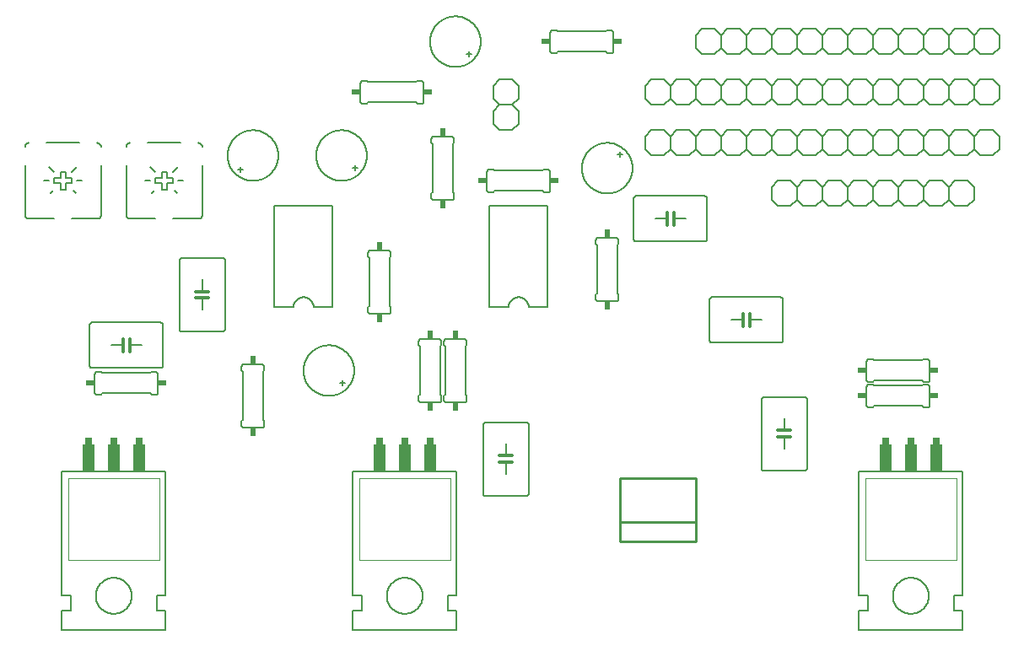
<source format=gto>
G75*
%MOIN*%
%OFA0B0*%
%FSLAX25Y25*%
%IPPOS*%
%LPD*%
%AMOC8*
5,1,8,0,0,1.08239X$1,22.5*
%
%ADD10C,0.01200*%
%ADD11C,0.00600*%
%ADD12C,0.00200*%
%ADD13R,0.03000X0.02500*%
%ADD14R,0.05000X0.11000*%
%ADD15R,0.02400X0.03400*%
%ADD16R,0.03400X0.02400*%
%ADD17C,0.01000*%
D10*
X0050300Y0111300D02*
X0050300Y0113800D01*
X0050300Y0116300D01*
X0052800Y0116300D02*
X0052800Y0113800D01*
X0052800Y0111300D01*
X0079000Y0132500D02*
X0081500Y0132500D01*
X0084000Y0132500D01*
X0084000Y0135000D02*
X0081500Y0135000D01*
X0079000Y0135000D01*
X0199000Y0070100D02*
X0201500Y0070100D01*
X0204000Y0070100D01*
X0204000Y0067600D02*
X0201500Y0067600D01*
X0199000Y0067600D01*
X0295300Y0121300D02*
X0295300Y0123800D01*
X0295300Y0126300D01*
X0297800Y0126300D02*
X0297800Y0123800D01*
X0297800Y0121300D01*
X0309000Y0080100D02*
X0311500Y0080100D01*
X0314000Y0080100D01*
X0314000Y0077600D02*
X0311500Y0077600D01*
X0309000Y0077600D01*
X0267800Y0161300D02*
X0267800Y0163800D01*
X0267800Y0166300D01*
X0265300Y0166300D02*
X0265300Y0163800D01*
X0265300Y0161300D01*
D11*
X0026000Y0008800D02*
X0026000Y0001300D01*
X0067000Y0001300D01*
X0067000Y0008800D01*
X0063500Y0008800D01*
X0063500Y0014800D01*
X0067000Y0014800D01*
X0067000Y0063800D01*
X0026000Y0063800D01*
X0026000Y0014800D01*
X0029500Y0014800D01*
X0029500Y0008800D01*
X0026000Y0008800D01*
X0039400Y0014800D02*
X0039402Y0014974D01*
X0039409Y0015148D01*
X0039419Y0015322D01*
X0039434Y0015496D01*
X0039453Y0015669D01*
X0039477Y0015842D01*
X0039505Y0016014D01*
X0039536Y0016185D01*
X0039573Y0016356D01*
X0039613Y0016525D01*
X0039657Y0016694D01*
X0039706Y0016861D01*
X0039758Y0017027D01*
X0039815Y0017192D01*
X0039876Y0017355D01*
X0039940Y0017517D01*
X0040009Y0017677D01*
X0040082Y0017836D01*
X0040158Y0017992D01*
X0040238Y0018147D01*
X0040322Y0018300D01*
X0040410Y0018450D01*
X0040502Y0018598D01*
X0040597Y0018745D01*
X0040695Y0018888D01*
X0040797Y0019029D01*
X0040903Y0019168D01*
X0041012Y0019304D01*
X0041124Y0019438D01*
X0041239Y0019568D01*
X0041358Y0019696D01*
X0041480Y0019820D01*
X0041604Y0019942D01*
X0041732Y0020061D01*
X0041862Y0020176D01*
X0041996Y0020288D01*
X0042132Y0020397D01*
X0042271Y0020503D01*
X0042412Y0020605D01*
X0042555Y0020703D01*
X0042702Y0020798D01*
X0042850Y0020890D01*
X0043000Y0020978D01*
X0043153Y0021062D01*
X0043308Y0021142D01*
X0043464Y0021218D01*
X0043623Y0021291D01*
X0043783Y0021360D01*
X0043945Y0021424D01*
X0044108Y0021485D01*
X0044273Y0021542D01*
X0044439Y0021594D01*
X0044606Y0021643D01*
X0044775Y0021687D01*
X0044944Y0021727D01*
X0045115Y0021764D01*
X0045286Y0021795D01*
X0045458Y0021823D01*
X0045631Y0021847D01*
X0045804Y0021866D01*
X0045978Y0021881D01*
X0046152Y0021891D01*
X0046326Y0021898D01*
X0046500Y0021900D01*
X0046674Y0021898D01*
X0046848Y0021891D01*
X0047022Y0021881D01*
X0047196Y0021866D01*
X0047369Y0021847D01*
X0047542Y0021823D01*
X0047714Y0021795D01*
X0047885Y0021764D01*
X0048056Y0021727D01*
X0048225Y0021687D01*
X0048394Y0021643D01*
X0048561Y0021594D01*
X0048727Y0021542D01*
X0048892Y0021485D01*
X0049055Y0021424D01*
X0049217Y0021360D01*
X0049377Y0021291D01*
X0049536Y0021218D01*
X0049692Y0021142D01*
X0049847Y0021062D01*
X0050000Y0020978D01*
X0050150Y0020890D01*
X0050298Y0020798D01*
X0050445Y0020703D01*
X0050588Y0020605D01*
X0050729Y0020503D01*
X0050868Y0020397D01*
X0051004Y0020288D01*
X0051138Y0020176D01*
X0051268Y0020061D01*
X0051396Y0019942D01*
X0051520Y0019820D01*
X0051642Y0019696D01*
X0051761Y0019568D01*
X0051876Y0019438D01*
X0051988Y0019304D01*
X0052097Y0019168D01*
X0052203Y0019029D01*
X0052305Y0018888D01*
X0052403Y0018745D01*
X0052498Y0018598D01*
X0052590Y0018450D01*
X0052678Y0018300D01*
X0052762Y0018147D01*
X0052842Y0017992D01*
X0052918Y0017836D01*
X0052991Y0017677D01*
X0053060Y0017517D01*
X0053124Y0017355D01*
X0053185Y0017192D01*
X0053242Y0017027D01*
X0053294Y0016861D01*
X0053343Y0016694D01*
X0053387Y0016525D01*
X0053427Y0016356D01*
X0053464Y0016185D01*
X0053495Y0016014D01*
X0053523Y0015842D01*
X0053547Y0015669D01*
X0053566Y0015496D01*
X0053581Y0015322D01*
X0053591Y0015148D01*
X0053598Y0014974D01*
X0053600Y0014800D01*
X0053598Y0014626D01*
X0053591Y0014452D01*
X0053581Y0014278D01*
X0053566Y0014104D01*
X0053547Y0013931D01*
X0053523Y0013758D01*
X0053495Y0013586D01*
X0053464Y0013415D01*
X0053427Y0013244D01*
X0053387Y0013075D01*
X0053343Y0012906D01*
X0053294Y0012739D01*
X0053242Y0012573D01*
X0053185Y0012408D01*
X0053124Y0012245D01*
X0053060Y0012083D01*
X0052991Y0011923D01*
X0052918Y0011764D01*
X0052842Y0011608D01*
X0052762Y0011453D01*
X0052678Y0011300D01*
X0052590Y0011150D01*
X0052498Y0011002D01*
X0052403Y0010855D01*
X0052305Y0010712D01*
X0052203Y0010571D01*
X0052097Y0010432D01*
X0051988Y0010296D01*
X0051876Y0010162D01*
X0051761Y0010032D01*
X0051642Y0009904D01*
X0051520Y0009780D01*
X0051396Y0009658D01*
X0051268Y0009539D01*
X0051138Y0009424D01*
X0051004Y0009312D01*
X0050868Y0009203D01*
X0050729Y0009097D01*
X0050588Y0008995D01*
X0050445Y0008897D01*
X0050298Y0008802D01*
X0050150Y0008710D01*
X0050000Y0008622D01*
X0049847Y0008538D01*
X0049692Y0008458D01*
X0049536Y0008382D01*
X0049377Y0008309D01*
X0049217Y0008240D01*
X0049055Y0008176D01*
X0048892Y0008115D01*
X0048727Y0008058D01*
X0048561Y0008006D01*
X0048394Y0007957D01*
X0048225Y0007913D01*
X0048056Y0007873D01*
X0047885Y0007836D01*
X0047714Y0007805D01*
X0047542Y0007777D01*
X0047369Y0007753D01*
X0047196Y0007734D01*
X0047022Y0007719D01*
X0046848Y0007709D01*
X0046674Y0007702D01*
X0046500Y0007700D01*
X0046326Y0007702D01*
X0046152Y0007709D01*
X0045978Y0007719D01*
X0045804Y0007734D01*
X0045631Y0007753D01*
X0045458Y0007777D01*
X0045286Y0007805D01*
X0045115Y0007836D01*
X0044944Y0007873D01*
X0044775Y0007913D01*
X0044606Y0007957D01*
X0044439Y0008006D01*
X0044273Y0008058D01*
X0044108Y0008115D01*
X0043945Y0008176D01*
X0043783Y0008240D01*
X0043623Y0008309D01*
X0043464Y0008382D01*
X0043308Y0008458D01*
X0043153Y0008538D01*
X0043000Y0008622D01*
X0042850Y0008710D01*
X0042702Y0008802D01*
X0042555Y0008897D01*
X0042412Y0008995D01*
X0042271Y0009097D01*
X0042132Y0009203D01*
X0041996Y0009312D01*
X0041862Y0009424D01*
X0041732Y0009539D01*
X0041604Y0009658D01*
X0041480Y0009780D01*
X0041358Y0009904D01*
X0041239Y0010032D01*
X0041124Y0010162D01*
X0041012Y0010296D01*
X0040903Y0010432D01*
X0040797Y0010571D01*
X0040695Y0010712D01*
X0040597Y0010855D01*
X0040502Y0011002D01*
X0040410Y0011150D01*
X0040322Y0011300D01*
X0040238Y0011453D01*
X0040158Y0011608D01*
X0040082Y0011764D01*
X0040009Y0011923D01*
X0039940Y0012083D01*
X0039876Y0012245D01*
X0039815Y0012408D01*
X0039758Y0012573D01*
X0039706Y0012739D01*
X0039657Y0012906D01*
X0039613Y0013075D01*
X0039573Y0013244D01*
X0039536Y0013415D01*
X0039505Y0013586D01*
X0039477Y0013758D01*
X0039453Y0013931D01*
X0039434Y0014104D01*
X0039419Y0014278D01*
X0039409Y0014452D01*
X0039402Y0014626D01*
X0039400Y0014800D01*
X0098000Y0081300D02*
X0105000Y0081300D01*
X0105060Y0081302D01*
X0105121Y0081307D01*
X0105180Y0081316D01*
X0105239Y0081329D01*
X0105298Y0081345D01*
X0105355Y0081365D01*
X0105410Y0081388D01*
X0105465Y0081415D01*
X0105517Y0081444D01*
X0105568Y0081477D01*
X0105617Y0081513D01*
X0105663Y0081551D01*
X0105707Y0081593D01*
X0105749Y0081637D01*
X0105787Y0081683D01*
X0105823Y0081732D01*
X0105856Y0081783D01*
X0105885Y0081835D01*
X0105912Y0081890D01*
X0105935Y0081945D01*
X0105955Y0082002D01*
X0105971Y0082061D01*
X0105984Y0082120D01*
X0105993Y0082179D01*
X0105998Y0082240D01*
X0106000Y0082300D01*
X0106000Y0083800D01*
X0105500Y0084300D01*
X0105500Y0103300D01*
X0106000Y0103800D01*
X0106000Y0105300D01*
X0105998Y0105360D01*
X0105993Y0105421D01*
X0105984Y0105480D01*
X0105971Y0105539D01*
X0105955Y0105598D01*
X0105935Y0105655D01*
X0105912Y0105710D01*
X0105885Y0105765D01*
X0105856Y0105817D01*
X0105823Y0105868D01*
X0105787Y0105917D01*
X0105749Y0105963D01*
X0105707Y0106007D01*
X0105663Y0106049D01*
X0105617Y0106087D01*
X0105568Y0106123D01*
X0105517Y0106156D01*
X0105465Y0106185D01*
X0105410Y0106212D01*
X0105355Y0106235D01*
X0105298Y0106255D01*
X0105239Y0106271D01*
X0105180Y0106284D01*
X0105121Y0106293D01*
X0105060Y0106298D01*
X0105000Y0106300D01*
X0098000Y0106300D01*
X0097940Y0106298D01*
X0097879Y0106293D01*
X0097820Y0106284D01*
X0097761Y0106271D01*
X0097702Y0106255D01*
X0097645Y0106235D01*
X0097590Y0106212D01*
X0097535Y0106185D01*
X0097483Y0106156D01*
X0097432Y0106123D01*
X0097383Y0106087D01*
X0097337Y0106049D01*
X0097293Y0106007D01*
X0097251Y0105963D01*
X0097213Y0105917D01*
X0097177Y0105868D01*
X0097144Y0105817D01*
X0097115Y0105765D01*
X0097088Y0105710D01*
X0097065Y0105655D01*
X0097045Y0105598D01*
X0097029Y0105539D01*
X0097016Y0105480D01*
X0097007Y0105421D01*
X0097002Y0105360D01*
X0097000Y0105300D01*
X0097000Y0103800D01*
X0097500Y0103300D01*
X0097500Y0084300D01*
X0097000Y0083800D01*
X0097000Y0082300D01*
X0097002Y0082240D01*
X0097007Y0082179D01*
X0097016Y0082120D01*
X0097029Y0082061D01*
X0097045Y0082002D01*
X0097065Y0081945D01*
X0097088Y0081890D01*
X0097115Y0081835D01*
X0097144Y0081783D01*
X0097177Y0081732D01*
X0097213Y0081683D01*
X0097251Y0081637D01*
X0097293Y0081593D01*
X0097337Y0081551D01*
X0097383Y0081513D01*
X0097432Y0081477D01*
X0097483Y0081444D01*
X0097535Y0081415D01*
X0097590Y0081388D01*
X0097645Y0081365D01*
X0097702Y0081345D01*
X0097761Y0081329D01*
X0097820Y0081316D01*
X0097879Y0081307D01*
X0097940Y0081302D01*
X0098000Y0081300D01*
X0064000Y0095300D02*
X0064000Y0102300D01*
X0063998Y0102360D01*
X0063993Y0102421D01*
X0063984Y0102480D01*
X0063971Y0102539D01*
X0063955Y0102598D01*
X0063935Y0102655D01*
X0063912Y0102710D01*
X0063885Y0102765D01*
X0063856Y0102817D01*
X0063823Y0102868D01*
X0063787Y0102917D01*
X0063749Y0102963D01*
X0063707Y0103007D01*
X0063663Y0103049D01*
X0063617Y0103087D01*
X0063568Y0103123D01*
X0063517Y0103156D01*
X0063465Y0103185D01*
X0063410Y0103212D01*
X0063355Y0103235D01*
X0063298Y0103255D01*
X0063239Y0103271D01*
X0063180Y0103284D01*
X0063121Y0103293D01*
X0063060Y0103298D01*
X0063000Y0103300D01*
X0061500Y0103300D01*
X0061000Y0102800D01*
X0042000Y0102800D01*
X0041500Y0103300D01*
X0040000Y0103300D01*
X0039940Y0103298D01*
X0039879Y0103293D01*
X0039820Y0103284D01*
X0039761Y0103271D01*
X0039702Y0103255D01*
X0039645Y0103235D01*
X0039590Y0103212D01*
X0039535Y0103185D01*
X0039483Y0103156D01*
X0039432Y0103123D01*
X0039383Y0103087D01*
X0039337Y0103049D01*
X0039293Y0103007D01*
X0039251Y0102963D01*
X0039213Y0102917D01*
X0039177Y0102868D01*
X0039144Y0102817D01*
X0039115Y0102765D01*
X0039088Y0102710D01*
X0039065Y0102655D01*
X0039045Y0102598D01*
X0039029Y0102539D01*
X0039016Y0102480D01*
X0039007Y0102421D01*
X0039002Y0102360D01*
X0039000Y0102300D01*
X0039000Y0095300D01*
X0039002Y0095240D01*
X0039007Y0095179D01*
X0039016Y0095120D01*
X0039029Y0095061D01*
X0039045Y0095002D01*
X0039065Y0094945D01*
X0039088Y0094890D01*
X0039115Y0094835D01*
X0039144Y0094783D01*
X0039177Y0094732D01*
X0039213Y0094683D01*
X0039251Y0094637D01*
X0039293Y0094593D01*
X0039337Y0094551D01*
X0039383Y0094513D01*
X0039432Y0094477D01*
X0039483Y0094444D01*
X0039535Y0094415D01*
X0039590Y0094388D01*
X0039645Y0094365D01*
X0039702Y0094345D01*
X0039761Y0094329D01*
X0039820Y0094316D01*
X0039879Y0094307D01*
X0039940Y0094302D01*
X0040000Y0094300D01*
X0041500Y0094300D01*
X0042000Y0094800D01*
X0061000Y0094800D01*
X0061500Y0094300D01*
X0063000Y0094300D01*
X0063060Y0094302D01*
X0063121Y0094307D01*
X0063180Y0094316D01*
X0063239Y0094329D01*
X0063298Y0094345D01*
X0063355Y0094365D01*
X0063410Y0094388D01*
X0063465Y0094415D01*
X0063517Y0094444D01*
X0063568Y0094477D01*
X0063617Y0094513D01*
X0063663Y0094551D01*
X0063707Y0094593D01*
X0063749Y0094637D01*
X0063787Y0094683D01*
X0063823Y0094732D01*
X0063856Y0094783D01*
X0063885Y0094835D01*
X0063912Y0094890D01*
X0063935Y0094945D01*
X0063955Y0095002D01*
X0063971Y0095061D01*
X0063984Y0095120D01*
X0063993Y0095179D01*
X0063998Y0095240D01*
X0064000Y0095300D01*
X0065000Y0104800D02*
X0038000Y0104800D01*
X0037940Y0104802D01*
X0037879Y0104807D01*
X0037820Y0104816D01*
X0037761Y0104829D01*
X0037702Y0104845D01*
X0037645Y0104865D01*
X0037590Y0104888D01*
X0037535Y0104915D01*
X0037483Y0104944D01*
X0037432Y0104977D01*
X0037383Y0105013D01*
X0037337Y0105051D01*
X0037293Y0105093D01*
X0037251Y0105137D01*
X0037213Y0105183D01*
X0037177Y0105232D01*
X0037144Y0105283D01*
X0037115Y0105335D01*
X0037088Y0105390D01*
X0037065Y0105445D01*
X0037045Y0105502D01*
X0037029Y0105561D01*
X0037016Y0105620D01*
X0037007Y0105679D01*
X0037002Y0105740D01*
X0037000Y0105800D01*
X0037000Y0121800D01*
X0037002Y0121860D01*
X0037007Y0121921D01*
X0037016Y0121980D01*
X0037029Y0122039D01*
X0037045Y0122098D01*
X0037065Y0122155D01*
X0037088Y0122210D01*
X0037115Y0122265D01*
X0037144Y0122317D01*
X0037177Y0122368D01*
X0037213Y0122417D01*
X0037251Y0122463D01*
X0037293Y0122507D01*
X0037337Y0122549D01*
X0037383Y0122587D01*
X0037432Y0122623D01*
X0037483Y0122656D01*
X0037535Y0122685D01*
X0037590Y0122712D01*
X0037645Y0122735D01*
X0037702Y0122755D01*
X0037761Y0122771D01*
X0037820Y0122784D01*
X0037879Y0122793D01*
X0037940Y0122798D01*
X0038000Y0122800D01*
X0065000Y0122800D01*
X0065060Y0122798D01*
X0065121Y0122793D01*
X0065180Y0122784D01*
X0065239Y0122771D01*
X0065298Y0122755D01*
X0065355Y0122735D01*
X0065410Y0122712D01*
X0065465Y0122685D01*
X0065517Y0122656D01*
X0065568Y0122623D01*
X0065617Y0122587D01*
X0065663Y0122549D01*
X0065707Y0122507D01*
X0065749Y0122463D01*
X0065787Y0122417D01*
X0065823Y0122368D01*
X0065856Y0122317D01*
X0065885Y0122265D01*
X0065912Y0122210D01*
X0065935Y0122155D01*
X0065955Y0122098D01*
X0065971Y0122039D01*
X0065984Y0121980D01*
X0065993Y0121921D01*
X0065998Y0121860D01*
X0066000Y0121800D01*
X0066000Y0105800D01*
X0065998Y0105740D01*
X0065993Y0105679D01*
X0065984Y0105620D01*
X0065971Y0105561D01*
X0065955Y0105502D01*
X0065935Y0105445D01*
X0065912Y0105390D01*
X0065885Y0105335D01*
X0065856Y0105283D01*
X0065823Y0105232D01*
X0065787Y0105183D01*
X0065749Y0105137D01*
X0065707Y0105093D01*
X0065663Y0105051D01*
X0065617Y0105013D01*
X0065568Y0104977D01*
X0065517Y0104944D01*
X0065465Y0104915D01*
X0065410Y0104888D01*
X0065355Y0104865D01*
X0065298Y0104845D01*
X0065239Y0104829D01*
X0065180Y0104816D01*
X0065121Y0104807D01*
X0065060Y0104802D01*
X0065000Y0104800D01*
X0057500Y0113800D02*
X0052800Y0113800D01*
X0050300Y0113800D02*
X0045500Y0113800D01*
X0072500Y0120300D02*
X0072500Y0147300D01*
X0072502Y0147360D01*
X0072507Y0147421D01*
X0072516Y0147480D01*
X0072529Y0147539D01*
X0072545Y0147598D01*
X0072565Y0147655D01*
X0072588Y0147710D01*
X0072615Y0147765D01*
X0072644Y0147817D01*
X0072677Y0147868D01*
X0072713Y0147917D01*
X0072751Y0147963D01*
X0072793Y0148007D01*
X0072837Y0148049D01*
X0072883Y0148087D01*
X0072932Y0148123D01*
X0072983Y0148156D01*
X0073035Y0148185D01*
X0073090Y0148212D01*
X0073145Y0148235D01*
X0073202Y0148255D01*
X0073261Y0148271D01*
X0073320Y0148284D01*
X0073379Y0148293D01*
X0073440Y0148298D01*
X0073500Y0148300D01*
X0089500Y0148300D01*
X0089560Y0148298D01*
X0089621Y0148293D01*
X0089680Y0148284D01*
X0089739Y0148271D01*
X0089798Y0148255D01*
X0089855Y0148235D01*
X0089910Y0148212D01*
X0089965Y0148185D01*
X0090017Y0148156D01*
X0090068Y0148123D01*
X0090117Y0148087D01*
X0090163Y0148049D01*
X0090207Y0148007D01*
X0090249Y0147963D01*
X0090287Y0147917D01*
X0090323Y0147868D01*
X0090356Y0147817D01*
X0090385Y0147765D01*
X0090412Y0147710D01*
X0090435Y0147655D01*
X0090455Y0147598D01*
X0090471Y0147539D01*
X0090484Y0147480D01*
X0090493Y0147421D01*
X0090498Y0147360D01*
X0090500Y0147300D01*
X0090500Y0120300D01*
X0090498Y0120240D01*
X0090493Y0120179D01*
X0090484Y0120120D01*
X0090471Y0120061D01*
X0090455Y0120002D01*
X0090435Y0119945D01*
X0090412Y0119890D01*
X0090385Y0119835D01*
X0090356Y0119783D01*
X0090323Y0119732D01*
X0090287Y0119683D01*
X0090249Y0119637D01*
X0090207Y0119593D01*
X0090163Y0119551D01*
X0090117Y0119513D01*
X0090068Y0119477D01*
X0090017Y0119444D01*
X0089965Y0119415D01*
X0089910Y0119388D01*
X0089855Y0119365D01*
X0089798Y0119345D01*
X0089739Y0119329D01*
X0089680Y0119316D01*
X0089621Y0119307D01*
X0089560Y0119302D01*
X0089500Y0119300D01*
X0073500Y0119300D01*
X0073440Y0119302D01*
X0073379Y0119307D01*
X0073320Y0119316D01*
X0073261Y0119329D01*
X0073202Y0119345D01*
X0073145Y0119365D01*
X0073090Y0119388D01*
X0073035Y0119415D01*
X0072983Y0119444D01*
X0072932Y0119477D01*
X0072883Y0119513D01*
X0072837Y0119551D01*
X0072793Y0119593D01*
X0072751Y0119637D01*
X0072713Y0119683D01*
X0072677Y0119732D01*
X0072644Y0119783D01*
X0072615Y0119835D01*
X0072588Y0119890D01*
X0072565Y0119945D01*
X0072545Y0120002D01*
X0072529Y0120061D01*
X0072516Y0120120D01*
X0072507Y0120179D01*
X0072502Y0120240D01*
X0072500Y0120300D01*
X0081500Y0127800D02*
X0081500Y0132500D01*
X0081500Y0135000D02*
X0081500Y0139800D01*
X0110000Y0128800D02*
X0117500Y0128800D01*
X0117502Y0128926D01*
X0117508Y0129051D01*
X0117518Y0129176D01*
X0117532Y0129301D01*
X0117549Y0129426D01*
X0117571Y0129550D01*
X0117596Y0129673D01*
X0117626Y0129795D01*
X0117659Y0129916D01*
X0117696Y0130036D01*
X0117736Y0130155D01*
X0117781Y0130272D01*
X0117829Y0130389D01*
X0117881Y0130503D01*
X0117936Y0130616D01*
X0117995Y0130727D01*
X0118057Y0130836D01*
X0118123Y0130943D01*
X0118192Y0131048D01*
X0118264Y0131151D01*
X0118339Y0131252D01*
X0118418Y0131350D01*
X0118500Y0131445D01*
X0118584Y0131538D01*
X0118672Y0131628D01*
X0118762Y0131716D01*
X0118855Y0131800D01*
X0118950Y0131882D01*
X0119048Y0131961D01*
X0119149Y0132036D01*
X0119252Y0132108D01*
X0119357Y0132177D01*
X0119464Y0132243D01*
X0119573Y0132305D01*
X0119684Y0132364D01*
X0119797Y0132419D01*
X0119911Y0132471D01*
X0120028Y0132519D01*
X0120145Y0132564D01*
X0120264Y0132604D01*
X0120384Y0132641D01*
X0120505Y0132674D01*
X0120627Y0132704D01*
X0120750Y0132729D01*
X0120874Y0132751D01*
X0120999Y0132768D01*
X0121124Y0132782D01*
X0121249Y0132792D01*
X0121374Y0132798D01*
X0121500Y0132800D01*
X0121626Y0132798D01*
X0121751Y0132792D01*
X0121876Y0132782D01*
X0122001Y0132768D01*
X0122126Y0132751D01*
X0122250Y0132729D01*
X0122373Y0132704D01*
X0122495Y0132674D01*
X0122616Y0132641D01*
X0122736Y0132604D01*
X0122855Y0132564D01*
X0122972Y0132519D01*
X0123089Y0132471D01*
X0123203Y0132419D01*
X0123316Y0132364D01*
X0123427Y0132305D01*
X0123536Y0132243D01*
X0123643Y0132177D01*
X0123748Y0132108D01*
X0123851Y0132036D01*
X0123952Y0131961D01*
X0124050Y0131882D01*
X0124145Y0131800D01*
X0124238Y0131716D01*
X0124328Y0131628D01*
X0124416Y0131538D01*
X0124500Y0131445D01*
X0124582Y0131350D01*
X0124661Y0131252D01*
X0124736Y0131151D01*
X0124808Y0131048D01*
X0124877Y0130943D01*
X0124943Y0130836D01*
X0125005Y0130727D01*
X0125064Y0130616D01*
X0125119Y0130503D01*
X0125171Y0130389D01*
X0125219Y0130272D01*
X0125264Y0130155D01*
X0125304Y0130036D01*
X0125341Y0129916D01*
X0125374Y0129795D01*
X0125404Y0129673D01*
X0125429Y0129550D01*
X0125451Y0129426D01*
X0125468Y0129301D01*
X0125482Y0129176D01*
X0125492Y0129051D01*
X0125498Y0128926D01*
X0125500Y0128800D01*
X0133000Y0128800D01*
X0133000Y0168800D01*
X0110000Y0168800D01*
X0110000Y0128800D01*
X0121500Y0103800D02*
X0121503Y0104045D01*
X0121512Y0104291D01*
X0121527Y0104536D01*
X0121548Y0104780D01*
X0121575Y0105024D01*
X0121608Y0105267D01*
X0121647Y0105510D01*
X0121692Y0105751D01*
X0121743Y0105991D01*
X0121800Y0106230D01*
X0121862Y0106467D01*
X0121931Y0106703D01*
X0122005Y0106937D01*
X0122085Y0107169D01*
X0122170Y0107399D01*
X0122261Y0107627D01*
X0122358Y0107852D01*
X0122460Y0108076D01*
X0122568Y0108296D01*
X0122681Y0108514D01*
X0122799Y0108729D01*
X0122923Y0108941D01*
X0123051Y0109150D01*
X0123185Y0109356D01*
X0123324Y0109558D01*
X0123468Y0109757D01*
X0123617Y0109952D01*
X0123770Y0110144D01*
X0123928Y0110332D01*
X0124090Y0110516D01*
X0124258Y0110695D01*
X0124429Y0110871D01*
X0124605Y0111042D01*
X0124784Y0111210D01*
X0124968Y0111372D01*
X0125156Y0111530D01*
X0125348Y0111683D01*
X0125543Y0111832D01*
X0125742Y0111976D01*
X0125944Y0112115D01*
X0126150Y0112249D01*
X0126359Y0112377D01*
X0126571Y0112501D01*
X0126786Y0112619D01*
X0127004Y0112732D01*
X0127224Y0112840D01*
X0127448Y0112942D01*
X0127673Y0113039D01*
X0127901Y0113130D01*
X0128131Y0113215D01*
X0128363Y0113295D01*
X0128597Y0113369D01*
X0128833Y0113438D01*
X0129070Y0113500D01*
X0129309Y0113557D01*
X0129549Y0113608D01*
X0129790Y0113653D01*
X0130033Y0113692D01*
X0130276Y0113725D01*
X0130520Y0113752D01*
X0130764Y0113773D01*
X0131009Y0113788D01*
X0131255Y0113797D01*
X0131500Y0113800D01*
X0131745Y0113797D01*
X0131991Y0113788D01*
X0132236Y0113773D01*
X0132480Y0113752D01*
X0132724Y0113725D01*
X0132967Y0113692D01*
X0133210Y0113653D01*
X0133451Y0113608D01*
X0133691Y0113557D01*
X0133930Y0113500D01*
X0134167Y0113438D01*
X0134403Y0113369D01*
X0134637Y0113295D01*
X0134869Y0113215D01*
X0135099Y0113130D01*
X0135327Y0113039D01*
X0135552Y0112942D01*
X0135776Y0112840D01*
X0135996Y0112732D01*
X0136214Y0112619D01*
X0136429Y0112501D01*
X0136641Y0112377D01*
X0136850Y0112249D01*
X0137056Y0112115D01*
X0137258Y0111976D01*
X0137457Y0111832D01*
X0137652Y0111683D01*
X0137844Y0111530D01*
X0138032Y0111372D01*
X0138216Y0111210D01*
X0138395Y0111042D01*
X0138571Y0110871D01*
X0138742Y0110695D01*
X0138910Y0110516D01*
X0139072Y0110332D01*
X0139230Y0110144D01*
X0139383Y0109952D01*
X0139532Y0109757D01*
X0139676Y0109558D01*
X0139815Y0109356D01*
X0139949Y0109150D01*
X0140077Y0108941D01*
X0140201Y0108729D01*
X0140319Y0108514D01*
X0140432Y0108296D01*
X0140540Y0108076D01*
X0140642Y0107852D01*
X0140739Y0107627D01*
X0140830Y0107399D01*
X0140915Y0107169D01*
X0140995Y0106937D01*
X0141069Y0106703D01*
X0141138Y0106467D01*
X0141200Y0106230D01*
X0141257Y0105991D01*
X0141308Y0105751D01*
X0141353Y0105510D01*
X0141392Y0105267D01*
X0141425Y0105024D01*
X0141452Y0104780D01*
X0141473Y0104536D01*
X0141488Y0104291D01*
X0141497Y0104045D01*
X0141500Y0103800D01*
X0141497Y0103555D01*
X0141488Y0103309D01*
X0141473Y0103064D01*
X0141452Y0102820D01*
X0141425Y0102576D01*
X0141392Y0102333D01*
X0141353Y0102090D01*
X0141308Y0101849D01*
X0141257Y0101609D01*
X0141200Y0101370D01*
X0141138Y0101133D01*
X0141069Y0100897D01*
X0140995Y0100663D01*
X0140915Y0100431D01*
X0140830Y0100201D01*
X0140739Y0099973D01*
X0140642Y0099748D01*
X0140540Y0099524D01*
X0140432Y0099304D01*
X0140319Y0099086D01*
X0140201Y0098871D01*
X0140077Y0098659D01*
X0139949Y0098450D01*
X0139815Y0098244D01*
X0139676Y0098042D01*
X0139532Y0097843D01*
X0139383Y0097648D01*
X0139230Y0097456D01*
X0139072Y0097268D01*
X0138910Y0097084D01*
X0138742Y0096905D01*
X0138571Y0096729D01*
X0138395Y0096558D01*
X0138216Y0096390D01*
X0138032Y0096228D01*
X0137844Y0096070D01*
X0137652Y0095917D01*
X0137457Y0095768D01*
X0137258Y0095624D01*
X0137056Y0095485D01*
X0136850Y0095351D01*
X0136641Y0095223D01*
X0136429Y0095099D01*
X0136214Y0094981D01*
X0135996Y0094868D01*
X0135776Y0094760D01*
X0135552Y0094658D01*
X0135327Y0094561D01*
X0135099Y0094470D01*
X0134869Y0094385D01*
X0134637Y0094305D01*
X0134403Y0094231D01*
X0134167Y0094162D01*
X0133930Y0094100D01*
X0133691Y0094043D01*
X0133451Y0093992D01*
X0133210Y0093947D01*
X0132967Y0093908D01*
X0132724Y0093875D01*
X0132480Y0093848D01*
X0132236Y0093827D01*
X0131991Y0093812D01*
X0131745Y0093803D01*
X0131500Y0093800D01*
X0131255Y0093803D01*
X0131009Y0093812D01*
X0130764Y0093827D01*
X0130520Y0093848D01*
X0130276Y0093875D01*
X0130033Y0093908D01*
X0129790Y0093947D01*
X0129549Y0093992D01*
X0129309Y0094043D01*
X0129070Y0094100D01*
X0128833Y0094162D01*
X0128597Y0094231D01*
X0128363Y0094305D01*
X0128131Y0094385D01*
X0127901Y0094470D01*
X0127673Y0094561D01*
X0127448Y0094658D01*
X0127224Y0094760D01*
X0127004Y0094868D01*
X0126786Y0094981D01*
X0126571Y0095099D01*
X0126359Y0095223D01*
X0126150Y0095351D01*
X0125944Y0095485D01*
X0125742Y0095624D01*
X0125543Y0095768D01*
X0125348Y0095917D01*
X0125156Y0096070D01*
X0124968Y0096228D01*
X0124784Y0096390D01*
X0124605Y0096558D01*
X0124429Y0096729D01*
X0124258Y0096905D01*
X0124090Y0097084D01*
X0123928Y0097268D01*
X0123770Y0097456D01*
X0123617Y0097648D01*
X0123468Y0097843D01*
X0123324Y0098042D01*
X0123185Y0098244D01*
X0123051Y0098450D01*
X0122923Y0098659D01*
X0122799Y0098871D01*
X0122681Y0099086D01*
X0122568Y0099304D01*
X0122460Y0099524D01*
X0122358Y0099748D01*
X0122261Y0099973D01*
X0122170Y0100201D01*
X0122085Y0100431D01*
X0122005Y0100663D01*
X0121931Y0100897D01*
X0121862Y0101133D01*
X0121800Y0101370D01*
X0121743Y0101609D01*
X0121692Y0101849D01*
X0121647Y0102090D01*
X0121608Y0102333D01*
X0121575Y0102576D01*
X0121548Y0102820D01*
X0121527Y0103064D01*
X0121512Y0103309D01*
X0121503Y0103555D01*
X0121500Y0103800D01*
X0136000Y0098800D02*
X0137000Y0098800D01*
X0137000Y0097800D01*
X0137000Y0098800D02*
X0137000Y0099800D01*
X0137000Y0098800D02*
X0138000Y0098800D01*
X0167000Y0093800D02*
X0167000Y0092300D01*
X0167002Y0092240D01*
X0167007Y0092179D01*
X0167016Y0092120D01*
X0167029Y0092061D01*
X0167045Y0092002D01*
X0167065Y0091945D01*
X0167088Y0091890D01*
X0167115Y0091835D01*
X0167144Y0091783D01*
X0167177Y0091732D01*
X0167213Y0091683D01*
X0167251Y0091637D01*
X0167293Y0091593D01*
X0167337Y0091551D01*
X0167383Y0091513D01*
X0167432Y0091477D01*
X0167483Y0091444D01*
X0167535Y0091415D01*
X0167590Y0091388D01*
X0167645Y0091365D01*
X0167702Y0091345D01*
X0167761Y0091329D01*
X0167820Y0091316D01*
X0167879Y0091307D01*
X0167940Y0091302D01*
X0168000Y0091300D01*
X0175000Y0091300D01*
X0175060Y0091302D01*
X0175121Y0091307D01*
X0175180Y0091316D01*
X0175239Y0091329D01*
X0175298Y0091345D01*
X0175355Y0091365D01*
X0175410Y0091388D01*
X0175465Y0091415D01*
X0175517Y0091444D01*
X0175568Y0091477D01*
X0175617Y0091513D01*
X0175663Y0091551D01*
X0175707Y0091593D01*
X0175749Y0091637D01*
X0175787Y0091683D01*
X0175823Y0091732D01*
X0175856Y0091783D01*
X0175885Y0091835D01*
X0175912Y0091890D01*
X0175935Y0091945D01*
X0175955Y0092002D01*
X0175971Y0092061D01*
X0175984Y0092120D01*
X0175993Y0092179D01*
X0175998Y0092240D01*
X0176000Y0092300D01*
X0176000Y0093800D01*
X0175500Y0094300D01*
X0175500Y0113300D01*
X0176000Y0113800D01*
X0176000Y0115300D01*
X0175998Y0115360D01*
X0175993Y0115421D01*
X0175984Y0115480D01*
X0175971Y0115539D01*
X0175955Y0115598D01*
X0175935Y0115655D01*
X0175912Y0115710D01*
X0175885Y0115765D01*
X0175856Y0115817D01*
X0175823Y0115868D01*
X0175787Y0115917D01*
X0175749Y0115963D01*
X0175707Y0116007D01*
X0175663Y0116049D01*
X0175617Y0116087D01*
X0175568Y0116123D01*
X0175517Y0116156D01*
X0175465Y0116185D01*
X0175410Y0116212D01*
X0175355Y0116235D01*
X0175298Y0116255D01*
X0175239Y0116271D01*
X0175180Y0116284D01*
X0175121Y0116293D01*
X0175060Y0116298D01*
X0175000Y0116300D01*
X0168000Y0116300D01*
X0167940Y0116298D01*
X0167879Y0116293D01*
X0167820Y0116284D01*
X0167761Y0116271D01*
X0167702Y0116255D01*
X0167645Y0116235D01*
X0167590Y0116212D01*
X0167535Y0116185D01*
X0167483Y0116156D01*
X0167432Y0116123D01*
X0167383Y0116087D01*
X0167337Y0116049D01*
X0167293Y0116007D01*
X0167251Y0115963D01*
X0167213Y0115917D01*
X0167177Y0115868D01*
X0167144Y0115817D01*
X0167115Y0115765D01*
X0167088Y0115710D01*
X0167065Y0115655D01*
X0167045Y0115598D01*
X0167029Y0115539D01*
X0167016Y0115480D01*
X0167007Y0115421D01*
X0167002Y0115360D01*
X0167000Y0115300D01*
X0167000Y0113800D01*
X0167500Y0113300D01*
X0167500Y0094300D01*
X0167000Y0093800D01*
X0177000Y0093800D02*
X0177000Y0092300D01*
X0177002Y0092240D01*
X0177007Y0092179D01*
X0177016Y0092120D01*
X0177029Y0092061D01*
X0177045Y0092002D01*
X0177065Y0091945D01*
X0177088Y0091890D01*
X0177115Y0091835D01*
X0177144Y0091783D01*
X0177177Y0091732D01*
X0177213Y0091683D01*
X0177251Y0091637D01*
X0177293Y0091593D01*
X0177337Y0091551D01*
X0177383Y0091513D01*
X0177432Y0091477D01*
X0177483Y0091444D01*
X0177535Y0091415D01*
X0177590Y0091388D01*
X0177645Y0091365D01*
X0177702Y0091345D01*
X0177761Y0091329D01*
X0177820Y0091316D01*
X0177879Y0091307D01*
X0177940Y0091302D01*
X0178000Y0091300D01*
X0185000Y0091300D01*
X0185060Y0091302D01*
X0185121Y0091307D01*
X0185180Y0091316D01*
X0185239Y0091329D01*
X0185298Y0091345D01*
X0185355Y0091365D01*
X0185410Y0091388D01*
X0185465Y0091415D01*
X0185517Y0091444D01*
X0185568Y0091477D01*
X0185617Y0091513D01*
X0185663Y0091551D01*
X0185707Y0091593D01*
X0185749Y0091637D01*
X0185787Y0091683D01*
X0185823Y0091732D01*
X0185856Y0091783D01*
X0185885Y0091835D01*
X0185912Y0091890D01*
X0185935Y0091945D01*
X0185955Y0092002D01*
X0185971Y0092061D01*
X0185984Y0092120D01*
X0185993Y0092179D01*
X0185998Y0092240D01*
X0186000Y0092300D01*
X0186000Y0093800D01*
X0185500Y0094300D01*
X0185500Y0113300D01*
X0186000Y0113800D01*
X0186000Y0115300D01*
X0185998Y0115360D01*
X0185993Y0115421D01*
X0185984Y0115480D01*
X0185971Y0115539D01*
X0185955Y0115598D01*
X0185935Y0115655D01*
X0185912Y0115710D01*
X0185885Y0115765D01*
X0185856Y0115817D01*
X0185823Y0115868D01*
X0185787Y0115917D01*
X0185749Y0115963D01*
X0185707Y0116007D01*
X0185663Y0116049D01*
X0185617Y0116087D01*
X0185568Y0116123D01*
X0185517Y0116156D01*
X0185465Y0116185D01*
X0185410Y0116212D01*
X0185355Y0116235D01*
X0185298Y0116255D01*
X0185239Y0116271D01*
X0185180Y0116284D01*
X0185121Y0116293D01*
X0185060Y0116298D01*
X0185000Y0116300D01*
X0178000Y0116300D01*
X0177940Y0116298D01*
X0177879Y0116293D01*
X0177820Y0116284D01*
X0177761Y0116271D01*
X0177702Y0116255D01*
X0177645Y0116235D01*
X0177590Y0116212D01*
X0177535Y0116185D01*
X0177483Y0116156D01*
X0177432Y0116123D01*
X0177383Y0116087D01*
X0177337Y0116049D01*
X0177293Y0116007D01*
X0177251Y0115963D01*
X0177213Y0115917D01*
X0177177Y0115868D01*
X0177144Y0115817D01*
X0177115Y0115765D01*
X0177088Y0115710D01*
X0177065Y0115655D01*
X0177045Y0115598D01*
X0177029Y0115539D01*
X0177016Y0115480D01*
X0177007Y0115421D01*
X0177002Y0115360D01*
X0177000Y0115300D01*
X0177000Y0113800D01*
X0177500Y0113300D01*
X0177500Y0094300D01*
X0177000Y0093800D01*
X0192500Y0082300D02*
X0192500Y0055300D01*
X0192502Y0055240D01*
X0192507Y0055179D01*
X0192516Y0055120D01*
X0192529Y0055061D01*
X0192545Y0055002D01*
X0192565Y0054945D01*
X0192588Y0054890D01*
X0192615Y0054835D01*
X0192644Y0054783D01*
X0192677Y0054732D01*
X0192713Y0054683D01*
X0192751Y0054637D01*
X0192793Y0054593D01*
X0192837Y0054551D01*
X0192883Y0054513D01*
X0192932Y0054477D01*
X0192983Y0054444D01*
X0193035Y0054415D01*
X0193090Y0054388D01*
X0193145Y0054365D01*
X0193202Y0054345D01*
X0193261Y0054329D01*
X0193320Y0054316D01*
X0193379Y0054307D01*
X0193440Y0054302D01*
X0193500Y0054300D01*
X0209500Y0054300D01*
X0209560Y0054302D01*
X0209621Y0054307D01*
X0209680Y0054316D01*
X0209739Y0054329D01*
X0209798Y0054345D01*
X0209855Y0054365D01*
X0209910Y0054388D01*
X0209965Y0054415D01*
X0210017Y0054444D01*
X0210068Y0054477D01*
X0210117Y0054513D01*
X0210163Y0054551D01*
X0210207Y0054593D01*
X0210249Y0054637D01*
X0210287Y0054683D01*
X0210323Y0054732D01*
X0210356Y0054783D01*
X0210385Y0054835D01*
X0210412Y0054890D01*
X0210435Y0054945D01*
X0210455Y0055002D01*
X0210471Y0055061D01*
X0210484Y0055120D01*
X0210493Y0055179D01*
X0210498Y0055240D01*
X0210500Y0055300D01*
X0210500Y0082300D01*
X0210498Y0082360D01*
X0210493Y0082421D01*
X0210484Y0082480D01*
X0210471Y0082539D01*
X0210455Y0082598D01*
X0210435Y0082655D01*
X0210412Y0082710D01*
X0210385Y0082765D01*
X0210356Y0082817D01*
X0210323Y0082868D01*
X0210287Y0082917D01*
X0210249Y0082963D01*
X0210207Y0083007D01*
X0210163Y0083049D01*
X0210117Y0083087D01*
X0210068Y0083123D01*
X0210017Y0083156D01*
X0209965Y0083185D01*
X0209910Y0083212D01*
X0209855Y0083235D01*
X0209798Y0083255D01*
X0209739Y0083271D01*
X0209680Y0083284D01*
X0209621Y0083293D01*
X0209560Y0083298D01*
X0209500Y0083300D01*
X0193500Y0083300D01*
X0193440Y0083298D01*
X0193379Y0083293D01*
X0193320Y0083284D01*
X0193261Y0083271D01*
X0193202Y0083255D01*
X0193145Y0083235D01*
X0193090Y0083212D01*
X0193035Y0083185D01*
X0192983Y0083156D01*
X0192932Y0083123D01*
X0192883Y0083087D01*
X0192837Y0083049D01*
X0192793Y0083007D01*
X0192751Y0082963D01*
X0192713Y0082917D01*
X0192677Y0082868D01*
X0192644Y0082817D01*
X0192615Y0082765D01*
X0192588Y0082710D01*
X0192565Y0082655D01*
X0192545Y0082598D01*
X0192529Y0082539D01*
X0192516Y0082480D01*
X0192507Y0082421D01*
X0192502Y0082360D01*
X0192500Y0082300D01*
X0201500Y0074800D02*
X0201500Y0070100D01*
X0201500Y0067600D02*
X0201500Y0062800D01*
X0182000Y0063800D02*
X0182000Y0014800D01*
X0178500Y0014800D01*
X0178500Y0008800D01*
X0182000Y0008800D01*
X0182000Y0001300D01*
X0141000Y0001300D01*
X0141000Y0008800D01*
X0144500Y0008800D01*
X0144500Y0014800D01*
X0141000Y0014800D01*
X0141000Y0063800D01*
X0182000Y0063800D01*
X0154400Y0014800D02*
X0154402Y0014974D01*
X0154409Y0015148D01*
X0154419Y0015322D01*
X0154434Y0015496D01*
X0154453Y0015669D01*
X0154477Y0015842D01*
X0154505Y0016014D01*
X0154536Y0016185D01*
X0154573Y0016356D01*
X0154613Y0016525D01*
X0154657Y0016694D01*
X0154706Y0016861D01*
X0154758Y0017027D01*
X0154815Y0017192D01*
X0154876Y0017355D01*
X0154940Y0017517D01*
X0155009Y0017677D01*
X0155082Y0017836D01*
X0155158Y0017992D01*
X0155238Y0018147D01*
X0155322Y0018300D01*
X0155410Y0018450D01*
X0155502Y0018598D01*
X0155597Y0018745D01*
X0155695Y0018888D01*
X0155797Y0019029D01*
X0155903Y0019168D01*
X0156012Y0019304D01*
X0156124Y0019438D01*
X0156239Y0019568D01*
X0156358Y0019696D01*
X0156480Y0019820D01*
X0156604Y0019942D01*
X0156732Y0020061D01*
X0156862Y0020176D01*
X0156996Y0020288D01*
X0157132Y0020397D01*
X0157271Y0020503D01*
X0157412Y0020605D01*
X0157555Y0020703D01*
X0157702Y0020798D01*
X0157850Y0020890D01*
X0158000Y0020978D01*
X0158153Y0021062D01*
X0158308Y0021142D01*
X0158464Y0021218D01*
X0158623Y0021291D01*
X0158783Y0021360D01*
X0158945Y0021424D01*
X0159108Y0021485D01*
X0159273Y0021542D01*
X0159439Y0021594D01*
X0159606Y0021643D01*
X0159775Y0021687D01*
X0159944Y0021727D01*
X0160115Y0021764D01*
X0160286Y0021795D01*
X0160458Y0021823D01*
X0160631Y0021847D01*
X0160804Y0021866D01*
X0160978Y0021881D01*
X0161152Y0021891D01*
X0161326Y0021898D01*
X0161500Y0021900D01*
X0161674Y0021898D01*
X0161848Y0021891D01*
X0162022Y0021881D01*
X0162196Y0021866D01*
X0162369Y0021847D01*
X0162542Y0021823D01*
X0162714Y0021795D01*
X0162885Y0021764D01*
X0163056Y0021727D01*
X0163225Y0021687D01*
X0163394Y0021643D01*
X0163561Y0021594D01*
X0163727Y0021542D01*
X0163892Y0021485D01*
X0164055Y0021424D01*
X0164217Y0021360D01*
X0164377Y0021291D01*
X0164536Y0021218D01*
X0164692Y0021142D01*
X0164847Y0021062D01*
X0165000Y0020978D01*
X0165150Y0020890D01*
X0165298Y0020798D01*
X0165445Y0020703D01*
X0165588Y0020605D01*
X0165729Y0020503D01*
X0165868Y0020397D01*
X0166004Y0020288D01*
X0166138Y0020176D01*
X0166268Y0020061D01*
X0166396Y0019942D01*
X0166520Y0019820D01*
X0166642Y0019696D01*
X0166761Y0019568D01*
X0166876Y0019438D01*
X0166988Y0019304D01*
X0167097Y0019168D01*
X0167203Y0019029D01*
X0167305Y0018888D01*
X0167403Y0018745D01*
X0167498Y0018598D01*
X0167590Y0018450D01*
X0167678Y0018300D01*
X0167762Y0018147D01*
X0167842Y0017992D01*
X0167918Y0017836D01*
X0167991Y0017677D01*
X0168060Y0017517D01*
X0168124Y0017355D01*
X0168185Y0017192D01*
X0168242Y0017027D01*
X0168294Y0016861D01*
X0168343Y0016694D01*
X0168387Y0016525D01*
X0168427Y0016356D01*
X0168464Y0016185D01*
X0168495Y0016014D01*
X0168523Y0015842D01*
X0168547Y0015669D01*
X0168566Y0015496D01*
X0168581Y0015322D01*
X0168591Y0015148D01*
X0168598Y0014974D01*
X0168600Y0014800D01*
X0168598Y0014626D01*
X0168591Y0014452D01*
X0168581Y0014278D01*
X0168566Y0014104D01*
X0168547Y0013931D01*
X0168523Y0013758D01*
X0168495Y0013586D01*
X0168464Y0013415D01*
X0168427Y0013244D01*
X0168387Y0013075D01*
X0168343Y0012906D01*
X0168294Y0012739D01*
X0168242Y0012573D01*
X0168185Y0012408D01*
X0168124Y0012245D01*
X0168060Y0012083D01*
X0167991Y0011923D01*
X0167918Y0011764D01*
X0167842Y0011608D01*
X0167762Y0011453D01*
X0167678Y0011300D01*
X0167590Y0011150D01*
X0167498Y0011002D01*
X0167403Y0010855D01*
X0167305Y0010712D01*
X0167203Y0010571D01*
X0167097Y0010432D01*
X0166988Y0010296D01*
X0166876Y0010162D01*
X0166761Y0010032D01*
X0166642Y0009904D01*
X0166520Y0009780D01*
X0166396Y0009658D01*
X0166268Y0009539D01*
X0166138Y0009424D01*
X0166004Y0009312D01*
X0165868Y0009203D01*
X0165729Y0009097D01*
X0165588Y0008995D01*
X0165445Y0008897D01*
X0165298Y0008802D01*
X0165150Y0008710D01*
X0165000Y0008622D01*
X0164847Y0008538D01*
X0164692Y0008458D01*
X0164536Y0008382D01*
X0164377Y0008309D01*
X0164217Y0008240D01*
X0164055Y0008176D01*
X0163892Y0008115D01*
X0163727Y0008058D01*
X0163561Y0008006D01*
X0163394Y0007957D01*
X0163225Y0007913D01*
X0163056Y0007873D01*
X0162885Y0007836D01*
X0162714Y0007805D01*
X0162542Y0007777D01*
X0162369Y0007753D01*
X0162196Y0007734D01*
X0162022Y0007719D01*
X0161848Y0007709D01*
X0161674Y0007702D01*
X0161500Y0007700D01*
X0161326Y0007702D01*
X0161152Y0007709D01*
X0160978Y0007719D01*
X0160804Y0007734D01*
X0160631Y0007753D01*
X0160458Y0007777D01*
X0160286Y0007805D01*
X0160115Y0007836D01*
X0159944Y0007873D01*
X0159775Y0007913D01*
X0159606Y0007957D01*
X0159439Y0008006D01*
X0159273Y0008058D01*
X0159108Y0008115D01*
X0158945Y0008176D01*
X0158783Y0008240D01*
X0158623Y0008309D01*
X0158464Y0008382D01*
X0158308Y0008458D01*
X0158153Y0008538D01*
X0158000Y0008622D01*
X0157850Y0008710D01*
X0157702Y0008802D01*
X0157555Y0008897D01*
X0157412Y0008995D01*
X0157271Y0009097D01*
X0157132Y0009203D01*
X0156996Y0009312D01*
X0156862Y0009424D01*
X0156732Y0009539D01*
X0156604Y0009658D01*
X0156480Y0009780D01*
X0156358Y0009904D01*
X0156239Y0010032D01*
X0156124Y0010162D01*
X0156012Y0010296D01*
X0155903Y0010432D01*
X0155797Y0010571D01*
X0155695Y0010712D01*
X0155597Y0010855D01*
X0155502Y0011002D01*
X0155410Y0011150D01*
X0155322Y0011300D01*
X0155238Y0011453D01*
X0155158Y0011608D01*
X0155082Y0011764D01*
X0155009Y0011923D01*
X0154940Y0012083D01*
X0154876Y0012245D01*
X0154815Y0012408D01*
X0154758Y0012573D01*
X0154706Y0012739D01*
X0154657Y0012906D01*
X0154613Y0013075D01*
X0154573Y0013244D01*
X0154536Y0013415D01*
X0154505Y0013586D01*
X0154477Y0013758D01*
X0154453Y0013931D01*
X0154434Y0014104D01*
X0154419Y0014278D01*
X0154409Y0014452D01*
X0154402Y0014626D01*
X0154400Y0014800D01*
X0302500Y0065300D02*
X0302500Y0092300D01*
X0302502Y0092360D01*
X0302507Y0092421D01*
X0302516Y0092480D01*
X0302529Y0092539D01*
X0302545Y0092598D01*
X0302565Y0092655D01*
X0302588Y0092710D01*
X0302615Y0092765D01*
X0302644Y0092817D01*
X0302677Y0092868D01*
X0302713Y0092917D01*
X0302751Y0092963D01*
X0302793Y0093007D01*
X0302837Y0093049D01*
X0302883Y0093087D01*
X0302932Y0093123D01*
X0302983Y0093156D01*
X0303035Y0093185D01*
X0303090Y0093212D01*
X0303145Y0093235D01*
X0303202Y0093255D01*
X0303261Y0093271D01*
X0303320Y0093284D01*
X0303379Y0093293D01*
X0303440Y0093298D01*
X0303500Y0093300D01*
X0319500Y0093300D01*
X0319560Y0093298D01*
X0319621Y0093293D01*
X0319680Y0093284D01*
X0319739Y0093271D01*
X0319798Y0093255D01*
X0319855Y0093235D01*
X0319910Y0093212D01*
X0319965Y0093185D01*
X0320017Y0093156D01*
X0320068Y0093123D01*
X0320117Y0093087D01*
X0320163Y0093049D01*
X0320207Y0093007D01*
X0320249Y0092963D01*
X0320287Y0092917D01*
X0320323Y0092868D01*
X0320356Y0092817D01*
X0320385Y0092765D01*
X0320412Y0092710D01*
X0320435Y0092655D01*
X0320455Y0092598D01*
X0320471Y0092539D01*
X0320484Y0092480D01*
X0320493Y0092421D01*
X0320498Y0092360D01*
X0320500Y0092300D01*
X0320500Y0065300D01*
X0320498Y0065240D01*
X0320493Y0065179D01*
X0320484Y0065120D01*
X0320471Y0065061D01*
X0320455Y0065002D01*
X0320435Y0064945D01*
X0320412Y0064890D01*
X0320385Y0064835D01*
X0320356Y0064783D01*
X0320323Y0064732D01*
X0320287Y0064683D01*
X0320249Y0064637D01*
X0320207Y0064593D01*
X0320163Y0064551D01*
X0320117Y0064513D01*
X0320068Y0064477D01*
X0320017Y0064444D01*
X0319965Y0064415D01*
X0319910Y0064388D01*
X0319855Y0064365D01*
X0319798Y0064345D01*
X0319739Y0064329D01*
X0319680Y0064316D01*
X0319621Y0064307D01*
X0319560Y0064302D01*
X0319500Y0064300D01*
X0303500Y0064300D01*
X0303440Y0064302D01*
X0303379Y0064307D01*
X0303320Y0064316D01*
X0303261Y0064329D01*
X0303202Y0064345D01*
X0303145Y0064365D01*
X0303090Y0064388D01*
X0303035Y0064415D01*
X0302983Y0064444D01*
X0302932Y0064477D01*
X0302883Y0064513D01*
X0302837Y0064551D01*
X0302793Y0064593D01*
X0302751Y0064637D01*
X0302713Y0064683D01*
X0302677Y0064732D01*
X0302644Y0064783D01*
X0302615Y0064835D01*
X0302588Y0064890D01*
X0302565Y0064945D01*
X0302545Y0065002D01*
X0302529Y0065061D01*
X0302516Y0065120D01*
X0302507Y0065179D01*
X0302502Y0065240D01*
X0302500Y0065300D01*
X0311500Y0072800D02*
X0311500Y0077600D01*
X0311500Y0080100D02*
X0311500Y0084800D01*
X0341000Y0063800D02*
X0341000Y0014800D01*
X0344500Y0014800D01*
X0344500Y0008800D01*
X0341000Y0008800D01*
X0341000Y0001300D01*
X0382000Y0001300D01*
X0382000Y0008800D01*
X0378500Y0008800D01*
X0378500Y0014800D01*
X0382000Y0014800D01*
X0382000Y0063800D01*
X0341000Y0063800D01*
X0345000Y0089300D02*
X0346500Y0089300D01*
X0347000Y0089800D01*
X0366000Y0089800D01*
X0366500Y0089300D01*
X0368000Y0089300D01*
X0368060Y0089302D01*
X0368121Y0089307D01*
X0368180Y0089316D01*
X0368239Y0089329D01*
X0368298Y0089345D01*
X0368355Y0089365D01*
X0368410Y0089388D01*
X0368465Y0089415D01*
X0368517Y0089444D01*
X0368568Y0089477D01*
X0368617Y0089513D01*
X0368663Y0089551D01*
X0368707Y0089593D01*
X0368749Y0089637D01*
X0368787Y0089683D01*
X0368823Y0089732D01*
X0368856Y0089783D01*
X0368885Y0089835D01*
X0368912Y0089890D01*
X0368935Y0089945D01*
X0368955Y0090002D01*
X0368971Y0090061D01*
X0368984Y0090120D01*
X0368993Y0090179D01*
X0368998Y0090240D01*
X0369000Y0090300D01*
X0369000Y0097300D01*
X0368998Y0097360D01*
X0368993Y0097421D01*
X0368984Y0097480D01*
X0368971Y0097539D01*
X0368955Y0097598D01*
X0368935Y0097655D01*
X0368912Y0097710D01*
X0368885Y0097765D01*
X0368856Y0097817D01*
X0368823Y0097868D01*
X0368787Y0097917D01*
X0368749Y0097963D01*
X0368707Y0098007D01*
X0368663Y0098049D01*
X0368617Y0098087D01*
X0368568Y0098123D01*
X0368517Y0098156D01*
X0368465Y0098185D01*
X0368410Y0098212D01*
X0368355Y0098235D01*
X0368298Y0098255D01*
X0368239Y0098271D01*
X0368180Y0098284D01*
X0368121Y0098293D01*
X0368060Y0098298D01*
X0368000Y0098300D01*
X0366500Y0098300D01*
X0366000Y0097800D01*
X0347000Y0097800D01*
X0346500Y0098300D01*
X0345000Y0098300D01*
X0345000Y0099300D02*
X0346500Y0099300D01*
X0347000Y0099800D01*
X0366000Y0099800D01*
X0366500Y0099300D01*
X0368000Y0099300D01*
X0368060Y0099302D01*
X0368121Y0099307D01*
X0368180Y0099316D01*
X0368239Y0099329D01*
X0368298Y0099345D01*
X0368355Y0099365D01*
X0368410Y0099388D01*
X0368465Y0099415D01*
X0368517Y0099444D01*
X0368568Y0099477D01*
X0368617Y0099513D01*
X0368663Y0099551D01*
X0368707Y0099593D01*
X0368749Y0099637D01*
X0368787Y0099683D01*
X0368823Y0099732D01*
X0368856Y0099783D01*
X0368885Y0099835D01*
X0368912Y0099890D01*
X0368935Y0099945D01*
X0368955Y0100002D01*
X0368971Y0100061D01*
X0368984Y0100120D01*
X0368993Y0100179D01*
X0368998Y0100240D01*
X0369000Y0100300D01*
X0369000Y0107300D01*
X0368998Y0107360D01*
X0368993Y0107421D01*
X0368984Y0107480D01*
X0368971Y0107539D01*
X0368955Y0107598D01*
X0368935Y0107655D01*
X0368912Y0107710D01*
X0368885Y0107765D01*
X0368856Y0107817D01*
X0368823Y0107868D01*
X0368787Y0107917D01*
X0368749Y0107963D01*
X0368707Y0108007D01*
X0368663Y0108049D01*
X0368617Y0108087D01*
X0368568Y0108123D01*
X0368517Y0108156D01*
X0368465Y0108185D01*
X0368410Y0108212D01*
X0368355Y0108235D01*
X0368298Y0108255D01*
X0368239Y0108271D01*
X0368180Y0108284D01*
X0368121Y0108293D01*
X0368060Y0108298D01*
X0368000Y0108300D01*
X0366500Y0108300D01*
X0366000Y0107800D01*
X0347000Y0107800D01*
X0346500Y0108300D01*
X0345000Y0108300D01*
X0344940Y0108298D01*
X0344879Y0108293D01*
X0344820Y0108284D01*
X0344761Y0108271D01*
X0344702Y0108255D01*
X0344645Y0108235D01*
X0344590Y0108212D01*
X0344535Y0108185D01*
X0344483Y0108156D01*
X0344432Y0108123D01*
X0344383Y0108087D01*
X0344337Y0108049D01*
X0344293Y0108007D01*
X0344251Y0107963D01*
X0344213Y0107917D01*
X0344177Y0107868D01*
X0344144Y0107817D01*
X0344115Y0107765D01*
X0344088Y0107710D01*
X0344065Y0107655D01*
X0344045Y0107598D01*
X0344029Y0107539D01*
X0344016Y0107480D01*
X0344007Y0107421D01*
X0344002Y0107360D01*
X0344000Y0107300D01*
X0344000Y0100300D01*
X0344002Y0100240D01*
X0344007Y0100179D01*
X0344016Y0100120D01*
X0344029Y0100061D01*
X0344045Y0100002D01*
X0344065Y0099945D01*
X0344088Y0099890D01*
X0344115Y0099835D01*
X0344144Y0099783D01*
X0344177Y0099732D01*
X0344213Y0099683D01*
X0344251Y0099637D01*
X0344293Y0099593D01*
X0344337Y0099551D01*
X0344383Y0099513D01*
X0344432Y0099477D01*
X0344483Y0099444D01*
X0344535Y0099415D01*
X0344590Y0099388D01*
X0344645Y0099365D01*
X0344702Y0099345D01*
X0344761Y0099329D01*
X0344820Y0099316D01*
X0344879Y0099307D01*
X0344940Y0099302D01*
X0345000Y0099300D01*
X0345000Y0098300D02*
X0344940Y0098298D01*
X0344879Y0098293D01*
X0344820Y0098284D01*
X0344761Y0098271D01*
X0344702Y0098255D01*
X0344645Y0098235D01*
X0344590Y0098212D01*
X0344535Y0098185D01*
X0344483Y0098156D01*
X0344432Y0098123D01*
X0344383Y0098087D01*
X0344337Y0098049D01*
X0344293Y0098007D01*
X0344251Y0097963D01*
X0344213Y0097917D01*
X0344177Y0097868D01*
X0344144Y0097817D01*
X0344115Y0097765D01*
X0344088Y0097710D01*
X0344065Y0097655D01*
X0344045Y0097598D01*
X0344029Y0097539D01*
X0344016Y0097480D01*
X0344007Y0097421D01*
X0344002Y0097360D01*
X0344000Y0097300D01*
X0344000Y0090300D01*
X0344002Y0090240D01*
X0344007Y0090179D01*
X0344016Y0090120D01*
X0344029Y0090061D01*
X0344045Y0090002D01*
X0344065Y0089945D01*
X0344088Y0089890D01*
X0344115Y0089835D01*
X0344144Y0089783D01*
X0344177Y0089732D01*
X0344213Y0089683D01*
X0344251Y0089637D01*
X0344293Y0089593D01*
X0344337Y0089551D01*
X0344383Y0089513D01*
X0344432Y0089477D01*
X0344483Y0089444D01*
X0344535Y0089415D01*
X0344590Y0089388D01*
X0344645Y0089365D01*
X0344702Y0089345D01*
X0344761Y0089329D01*
X0344820Y0089316D01*
X0344879Y0089307D01*
X0344940Y0089302D01*
X0345000Y0089300D01*
X0311000Y0115800D02*
X0311000Y0131800D01*
X0310998Y0131860D01*
X0310993Y0131921D01*
X0310984Y0131980D01*
X0310971Y0132039D01*
X0310955Y0132098D01*
X0310935Y0132155D01*
X0310912Y0132210D01*
X0310885Y0132265D01*
X0310856Y0132317D01*
X0310823Y0132368D01*
X0310787Y0132417D01*
X0310749Y0132463D01*
X0310707Y0132507D01*
X0310663Y0132549D01*
X0310617Y0132587D01*
X0310568Y0132623D01*
X0310517Y0132656D01*
X0310465Y0132685D01*
X0310410Y0132712D01*
X0310355Y0132735D01*
X0310298Y0132755D01*
X0310239Y0132771D01*
X0310180Y0132784D01*
X0310121Y0132793D01*
X0310060Y0132798D01*
X0310000Y0132800D01*
X0283000Y0132800D01*
X0282940Y0132798D01*
X0282879Y0132793D01*
X0282820Y0132784D01*
X0282761Y0132771D01*
X0282702Y0132755D01*
X0282645Y0132735D01*
X0282590Y0132712D01*
X0282535Y0132685D01*
X0282483Y0132656D01*
X0282432Y0132623D01*
X0282383Y0132587D01*
X0282337Y0132549D01*
X0282293Y0132507D01*
X0282251Y0132463D01*
X0282213Y0132417D01*
X0282177Y0132368D01*
X0282144Y0132317D01*
X0282115Y0132265D01*
X0282088Y0132210D01*
X0282065Y0132155D01*
X0282045Y0132098D01*
X0282029Y0132039D01*
X0282016Y0131980D01*
X0282007Y0131921D01*
X0282002Y0131860D01*
X0282000Y0131800D01*
X0282000Y0115800D01*
X0282002Y0115740D01*
X0282007Y0115679D01*
X0282016Y0115620D01*
X0282029Y0115561D01*
X0282045Y0115502D01*
X0282065Y0115445D01*
X0282088Y0115390D01*
X0282115Y0115335D01*
X0282144Y0115283D01*
X0282177Y0115232D01*
X0282213Y0115183D01*
X0282251Y0115137D01*
X0282293Y0115093D01*
X0282337Y0115051D01*
X0282383Y0115013D01*
X0282432Y0114977D01*
X0282483Y0114944D01*
X0282535Y0114915D01*
X0282590Y0114888D01*
X0282645Y0114865D01*
X0282702Y0114845D01*
X0282761Y0114829D01*
X0282820Y0114816D01*
X0282879Y0114807D01*
X0282940Y0114802D01*
X0283000Y0114800D01*
X0310000Y0114800D01*
X0310060Y0114802D01*
X0310121Y0114807D01*
X0310180Y0114816D01*
X0310239Y0114829D01*
X0310298Y0114845D01*
X0310355Y0114865D01*
X0310410Y0114888D01*
X0310465Y0114915D01*
X0310517Y0114944D01*
X0310568Y0114977D01*
X0310617Y0115013D01*
X0310663Y0115051D01*
X0310707Y0115093D01*
X0310749Y0115137D01*
X0310787Y0115183D01*
X0310823Y0115232D01*
X0310856Y0115283D01*
X0310885Y0115335D01*
X0310912Y0115390D01*
X0310935Y0115445D01*
X0310955Y0115502D01*
X0310971Y0115561D01*
X0310984Y0115620D01*
X0310993Y0115679D01*
X0310998Y0115740D01*
X0311000Y0115800D01*
X0302500Y0123800D02*
X0297800Y0123800D01*
X0295300Y0123800D02*
X0290500Y0123800D01*
X0246000Y0132300D02*
X0246000Y0133800D01*
X0245500Y0134300D01*
X0245500Y0153300D01*
X0246000Y0153800D01*
X0246000Y0155300D01*
X0245998Y0155360D01*
X0245993Y0155421D01*
X0245984Y0155480D01*
X0245971Y0155539D01*
X0245955Y0155598D01*
X0245935Y0155655D01*
X0245912Y0155710D01*
X0245885Y0155765D01*
X0245856Y0155817D01*
X0245823Y0155868D01*
X0245787Y0155917D01*
X0245749Y0155963D01*
X0245707Y0156007D01*
X0245663Y0156049D01*
X0245617Y0156087D01*
X0245568Y0156123D01*
X0245517Y0156156D01*
X0245465Y0156185D01*
X0245410Y0156212D01*
X0245355Y0156235D01*
X0245298Y0156255D01*
X0245239Y0156271D01*
X0245180Y0156284D01*
X0245121Y0156293D01*
X0245060Y0156298D01*
X0245000Y0156300D01*
X0238000Y0156300D01*
X0237940Y0156298D01*
X0237879Y0156293D01*
X0237820Y0156284D01*
X0237761Y0156271D01*
X0237702Y0156255D01*
X0237645Y0156235D01*
X0237590Y0156212D01*
X0237535Y0156185D01*
X0237483Y0156156D01*
X0237432Y0156123D01*
X0237383Y0156087D01*
X0237337Y0156049D01*
X0237293Y0156007D01*
X0237251Y0155963D01*
X0237213Y0155917D01*
X0237177Y0155868D01*
X0237144Y0155817D01*
X0237115Y0155765D01*
X0237088Y0155710D01*
X0237065Y0155655D01*
X0237045Y0155598D01*
X0237029Y0155539D01*
X0237016Y0155480D01*
X0237007Y0155421D01*
X0237002Y0155360D01*
X0237000Y0155300D01*
X0237000Y0153800D01*
X0237500Y0153300D01*
X0237500Y0134300D01*
X0237000Y0133800D01*
X0237000Y0132300D01*
X0237002Y0132240D01*
X0237007Y0132179D01*
X0237016Y0132120D01*
X0237029Y0132061D01*
X0237045Y0132002D01*
X0237065Y0131945D01*
X0237088Y0131890D01*
X0237115Y0131835D01*
X0237144Y0131783D01*
X0237177Y0131732D01*
X0237213Y0131683D01*
X0237251Y0131637D01*
X0237293Y0131593D01*
X0237337Y0131551D01*
X0237383Y0131513D01*
X0237432Y0131477D01*
X0237483Y0131444D01*
X0237535Y0131415D01*
X0237590Y0131388D01*
X0237645Y0131365D01*
X0237702Y0131345D01*
X0237761Y0131329D01*
X0237820Y0131316D01*
X0237879Y0131307D01*
X0237940Y0131302D01*
X0238000Y0131300D01*
X0245000Y0131300D01*
X0245060Y0131302D01*
X0245121Y0131307D01*
X0245180Y0131316D01*
X0245239Y0131329D01*
X0245298Y0131345D01*
X0245355Y0131365D01*
X0245410Y0131388D01*
X0245465Y0131415D01*
X0245517Y0131444D01*
X0245568Y0131477D01*
X0245617Y0131513D01*
X0245663Y0131551D01*
X0245707Y0131593D01*
X0245749Y0131637D01*
X0245787Y0131683D01*
X0245823Y0131732D01*
X0245856Y0131783D01*
X0245885Y0131835D01*
X0245912Y0131890D01*
X0245935Y0131945D01*
X0245955Y0132002D01*
X0245971Y0132061D01*
X0245984Y0132120D01*
X0245993Y0132179D01*
X0245998Y0132240D01*
X0246000Y0132300D01*
X0218000Y0128800D02*
X0210500Y0128800D01*
X0210498Y0128926D01*
X0210492Y0129051D01*
X0210482Y0129176D01*
X0210468Y0129301D01*
X0210451Y0129426D01*
X0210429Y0129550D01*
X0210404Y0129673D01*
X0210374Y0129795D01*
X0210341Y0129916D01*
X0210304Y0130036D01*
X0210264Y0130155D01*
X0210219Y0130272D01*
X0210171Y0130389D01*
X0210119Y0130503D01*
X0210064Y0130616D01*
X0210005Y0130727D01*
X0209943Y0130836D01*
X0209877Y0130943D01*
X0209808Y0131048D01*
X0209736Y0131151D01*
X0209661Y0131252D01*
X0209582Y0131350D01*
X0209500Y0131445D01*
X0209416Y0131538D01*
X0209328Y0131628D01*
X0209238Y0131716D01*
X0209145Y0131800D01*
X0209050Y0131882D01*
X0208952Y0131961D01*
X0208851Y0132036D01*
X0208748Y0132108D01*
X0208643Y0132177D01*
X0208536Y0132243D01*
X0208427Y0132305D01*
X0208316Y0132364D01*
X0208203Y0132419D01*
X0208089Y0132471D01*
X0207972Y0132519D01*
X0207855Y0132564D01*
X0207736Y0132604D01*
X0207616Y0132641D01*
X0207495Y0132674D01*
X0207373Y0132704D01*
X0207250Y0132729D01*
X0207126Y0132751D01*
X0207001Y0132768D01*
X0206876Y0132782D01*
X0206751Y0132792D01*
X0206626Y0132798D01*
X0206500Y0132800D01*
X0206374Y0132798D01*
X0206249Y0132792D01*
X0206124Y0132782D01*
X0205999Y0132768D01*
X0205874Y0132751D01*
X0205750Y0132729D01*
X0205627Y0132704D01*
X0205505Y0132674D01*
X0205384Y0132641D01*
X0205264Y0132604D01*
X0205145Y0132564D01*
X0205028Y0132519D01*
X0204911Y0132471D01*
X0204797Y0132419D01*
X0204684Y0132364D01*
X0204573Y0132305D01*
X0204464Y0132243D01*
X0204357Y0132177D01*
X0204252Y0132108D01*
X0204149Y0132036D01*
X0204048Y0131961D01*
X0203950Y0131882D01*
X0203855Y0131800D01*
X0203762Y0131716D01*
X0203672Y0131628D01*
X0203584Y0131538D01*
X0203500Y0131445D01*
X0203418Y0131350D01*
X0203339Y0131252D01*
X0203264Y0131151D01*
X0203192Y0131048D01*
X0203123Y0130943D01*
X0203057Y0130836D01*
X0202995Y0130727D01*
X0202936Y0130616D01*
X0202881Y0130503D01*
X0202829Y0130389D01*
X0202781Y0130272D01*
X0202736Y0130155D01*
X0202696Y0130036D01*
X0202659Y0129916D01*
X0202626Y0129795D01*
X0202596Y0129673D01*
X0202571Y0129550D01*
X0202549Y0129426D01*
X0202532Y0129301D01*
X0202518Y0129176D01*
X0202508Y0129051D01*
X0202502Y0128926D01*
X0202500Y0128800D01*
X0195000Y0128800D01*
X0195000Y0168800D01*
X0218000Y0168800D01*
X0218000Y0128800D01*
X0252000Y0155800D02*
X0252000Y0171800D01*
X0252002Y0171860D01*
X0252007Y0171921D01*
X0252016Y0171980D01*
X0252029Y0172039D01*
X0252045Y0172098D01*
X0252065Y0172155D01*
X0252088Y0172210D01*
X0252115Y0172265D01*
X0252144Y0172317D01*
X0252177Y0172368D01*
X0252213Y0172417D01*
X0252251Y0172463D01*
X0252293Y0172507D01*
X0252337Y0172549D01*
X0252383Y0172587D01*
X0252432Y0172623D01*
X0252483Y0172656D01*
X0252535Y0172685D01*
X0252590Y0172712D01*
X0252645Y0172735D01*
X0252702Y0172755D01*
X0252761Y0172771D01*
X0252820Y0172784D01*
X0252879Y0172793D01*
X0252940Y0172798D01*
X0253000Y0172800D01*
X0280000Y0172800D01*
X0280060Y0172798D01*
X0280121Y0172793D01*
X0280180Y0172784D01*
X0280239Y0172771D01*
X0280298Y0172755D01*
X0280355Y0172735D01*
X0280410Y0172712D01*
X0280465Y0172685D01*
X0280517Y0172656D01*
X0280568Y0172623D01*
X0280617Y0172587D01*
X0280663Y0172549D01*
X0280707Y0172507D01*
X0280749Y0172463D01*
X0280787Y0172417D01*
X0280823Y0172368D01*
X0280856Y0172317D01*
X0280885Y0172265D01*
X0280912Y0172210D01*
X0280935Y0172155D01*
X0280955Y0172098D01*
X0280971Y0172039D01*
X0280984Y0171980D01*
X0280993Y0171921D01*
X0280998Y0171860D01*
X0281000Y0171800D01*
X0281000Y0155800D01*
X0280998Y0155740D01*
X0280993Y0155679D01*
X0280984Y0155620D01*
X0280971Y0155561D01*
X0280955Y0155502D01*
X0280935Y0155445D01*
X0280912Y0155390D01*
X0280885Y0155335D01*
X0280856Y0155283D01*
X0280823Y0155232D01*
X0280787Y0155183D01*
X0280749Y0155137D01*
X0280707Y0155093D01*
X0280663Y0155051D01*
X0280617Y0155013D01*
X0280568Y0154977D01*
X0280517Y0154944D01*
X0280465Y0154915D01*
X0280410Y0154888D01*
X0280355Y0154865D01*
X0280298Y0154845D01*
X0280239Y0154829D01*
X0280180Y0154816D01*
X0280121Y0154807D01*
X0280060Y0154802D01*
X0280000Y0154800D01*
X0253000Y0154800D01*
X0252940Y0154802D01*
X0252879Y0154807D01*
X0252820Y0154816D01*
X0252761Y0154829D01*
X0252702Y0154845D01*
X0252645Y0154865D01*
X0252590Y0154888D01*
X0252535Y0154915D01*
X0252483Y0154944D01*
X0252432Y0154977D01*
X0252383Y0155013D01*
X0252337Y0155051D01*
X0252293Y0155093D01*
X0252251Y0155137D01*
X0252213Y0155183D01*
X0252177Y0155232D01*
X0252144Y0155283D01*
X0252115Y0155335D01*
X0252088Y0155390D01*
X0252065Y0155445D01*
X0252045Y0155502D01*
X0252029Y0155561D01*
X0252016Y0155620D01*
X0252007Y0155679D01*
X0252002Y0155740D01*
X0252000Y0155800D01*
X0260500Y0163800D02*
X0265300Y0163800D01*
X0267800Y0163800D02*
X0272500Y0163800D01*
X0231500Y0183800D02*
X0231503Y0184045D01*
X0231512Y0184291D01*
X0231527Y0184536D01*
X0231548Y0184780D01*
X0231575Y0185024D01*
X0231608Y0185267D01*
X0231647Y0185510D01*
X0231692Y0185751D01*
X0231743Y0185991D01*
X0231800Y0186230D01*
X0231862Y0186467D01*
X0231931Y0186703D01*
X0232005Y0186937D01*
X0232085Y0187169D01*
X0232170Y0187399D01*
X0232261Y0187627D01*
X0232358Y0187852D01*
X0232460Y0188076D01*
X0232568Y0188296D01*
X0232681Y0188514D01*
X0232799Y0188729D01*
X0232923Y0188941D01*
X0233051Y0189150D01*
X0233185Y0189356D01*
X0233324Y0189558D01*
X0233468Y0189757D01*
X0233617Y0189952D01*
X0233770Y0190144D01*
X0233928Y0190332D01*
X0234090Y0190516D01*
X0234258Y0190695D01*
X0234429Y0190871D01*
X0234605Y0191042D01*
X0234784Y0191210D01*
X0234968Y0191372D01*
X0235156Y0191530D01*
X0235348Y0191683D01*
X0235543Y0191832D01*
X0235742Y0191976D01*
X0235944Y0192115D01*
X0236150Y0192249D01*
X0236359Y0192377D01*
X0236571Y0192501D01*
X0236786Y0192619D01*
X0237004Y0192732D01*
X0237224Y0192840D01*
X0237448Y0192942D01*
X0237673Y0193039D01*
X0237901Y0193130D01*
X0238131Y0193215D01*
X0238363Y0193295D01*
X0238597Y0193369D01*
X0238833Y0193438D01*
X0239070Y0193500D01*
X0239309Y0193557D01*
X0239549Y0193608D01*
X0239790Y0193653D01*
X0240033Y0193692D01*
X0240276Y0193725D01*
X0240520Y0193752D01*
X0240764Y0193773D01*
X0241009Y0193788D01*
X0241255Y0193797D01*
X0241500Y0193800D01*
X0241745Y0193797D01*
X0241991Y0193788D01*
X0242236Y0193773D01*
X0242480Y0193752D01*
X0242724Y0193725D01*
X0242967Y0193692D01*
X0243210Y0193653D01*
X0243451Y0193608D01*
X0243691Y0193557D01*
X0243930Y0193500D01*
X0244167Y0193438D01*
X0244403Y0193369D01*
X0244637Y0193295D01*
X0244869Y0193215D01*
X0245099Y0193130D01*
X0245327Y0193039D01*
X0245552Y0192942D01*
X0245776Y0192840D01*
X0245996Y0192732D01*
X0246214Y0192619D01*
X0246429Y0192501D01*
X0246641Y0192377D01*
X0246850Y0192249D01*
X0247056Y0192115D01*
X0247258Y0191976D01*
X0247457Y0191832D01*
X0247652Y0191683D01*
X0247844Y0191530D01*
X0248032Y0191372D01*
X0248216Y0191210D01*
X0248395Y0191042D01*
X0248571Y0190871D01*
X0248742Y0190695D01*
X0248910Y0190516D01*
X0249072Y0190332D01*
X0249230Y0190144D01*
X0249383Y0189952D01*
X0249532Y0189757D01*
X0249676Y0189558D01*
X0249815Y0189356D01*
X0249949Y0189150D01*
X0250077Y0188941D01*
X0250201Y0188729D01*
X0250319Y0188514D01*
X0250432Y0188296D01*
X0250540Y0188076D01*
X0250642Y0187852D01*
X0250739Y0187627D01*
X0250830Y0187399D01*
X0250915Y0187169D01*
X0250995Y0186937D01*
X0251069Y0186703D01*
X0251138Y0186467D01*
X0251200Y0186230D01*
X0251257Y0185991D01*
X0251308Y0185751D01*
X0251353Y0185510D01*
X0251392Y0185267D01*
X0251425Y0185024D01*
X0251452Y0184780D01*
X0251473Y0184536D01*
X0251488Y0184291D01*
X0251497Y0184045D01*
X0251500Y0183800D01*
X0251497Y0183555D01*
X0251488Y0183309D01*
X0251473Y0183064D01*
X0251452Y0182820D01*
X0251425Y0182576D01*
X0251392Y0182333D01*
X0251353Y0182090D01*
X0251308Y0181849D01*
X0251257Y0181609D01*
X0251200Y0181370D01*
X0251138Y0181133D01*
X0251069Y0180897D01*
X0250995Y0180663D01*
X0250915Y0180431D01*
X0250830Y0180201D01*
X0250739Y0179973D01*
X0250642Y0179748D01*
X0250540Y0179524D01*
X0250432Y0179304D01*
X0250319Y0179086D01*
X0250201Y0178871D01*
X0250077Y0178659D01*
X0249949Y0178450D01*
X0249815Y0178244D01*
X0249676Y0178042D01*
X0249532Y0177843D01*
X0249383Y0177648D01*
X0249230Y0177456D01*
X0249072Y0177268D01*
X0248910Y0177084D01*
X0248742Y0176905D01*
X0248571Y0176729D01*
X0248395Y0176558D01*
X0248216Y0176390D01*
X0248032Y0176228D01*
X0247844Y0176070D01*
X0247652Y0175917D01*
X0247457Y0175768D01*
X0247258Y0175624D01*
X0247056Y0175485D01*
X0246850Y0175351D01*
X0246641Y0175223D01*
X0246429Y0175099D01*
X0246214Y0174981D01*
X0245996Y0174868D01*
X0245776Y0174760D01*
X0245552Y0174658D01*
X0245327Y0174561D01*
X0245099Y0174470D01*
X0244869Y0174385D01*
X0244637Y0174305D01*
X0244403Y0174231D01*
X0244167Y0174162D01*
X0243930Y0174100D01*
X0243691Y0174043D01*
X0243451Y0173992D01*
X0243210Y0173947D01*
X0242967Y0173908D01*
X0242724Y0173875D01*
X0242480Y0173848D01*
X0242236Y0173827D01*
X0241991Y0173812D01*
X0241745Y0173803D01*
X0241500Y0173800D01*
X0241255Y0173803D01*
X0241009Y0173812D01*
X0240764Y0173827D01*
X0240520Y0173848D01*
X0240276Y0173875D01*
X0240033Y0173908D01*
X0239790Y0173947D01*
X0239549Y0173992D01*
X0239309Y0174043D01*
X0239070Y0174100D01*
X0238833Y0174162D01*
X0238597Y0174231D01*
X0238363Y0174305D01*
X0238131Y0174385D01*
X0237901Y0174470D01*
X0237673Y0174561D01*
X0237448Y0174658D01*
X0237224Y0174760D01*
X0237004Y0174868D01*
X0236786Y0174981D01*
X0236571Y0175099D01*
X0236359Y0175223D01*
X0236150Y0175351D01*
X0235944Y0175485D01*
X0235742Y0175624D01*
X0235543Y0175768D01*
X0235348Y0175917D01*
X0235156Y0176070D01*
X0234968Y0176228D01*
X0234784Y0176390D01*
X0234605Y0176558D01*
X0234429Y0176729D01*
X0234258Y0176905D01*
X0234090Y0177084D01*
X0233928Y0177268D01*
X0233770Y0177456D01*
X0233617Y0177648D01*
X0233468Y0177843D01*
X0233324Y0178042D01*
X0233185Y0178244D01*
X0233051Y0178450D01*
X0232923Y0178659D01*
X0232799Y0178871D01*
X0232681Y0179086D01*
X0232568Y0179304D01*
X0232460Y0179524D01*
X0232358Y0179748D01*
X0232261Y0179973D01*
X0232170Y0180201D01*
X0232085Y0180431D01*
X0232005Y0180663D01*
X0231931Y0180897D01*
X0231862Y0181133D01*
X0231800Y0181370D01*
X0231743Y0181609D01*
X0231692Y0181849D01*
X0231647Y0182090D01*
X0231608Y0182333D01*
X0231575Y0182576D01*
X0231548Y0182820D01*
X0231527Y0183064D01*
X0231512Y0183309D01*
X0231503Y0183555D01*
X0231500Y0183800D01*
X0219000Y0182300D02*
X0219000Y0175300D01*
X0218998Y0175240D01*
X0218993Y0175179D01*
X0218984Y0175120D01*
X0218971Y0175061D01*
X0218955Y0175002D01*
X0218935Y0174945D01*
X0218912Y0174890D01*
X0218885Y0174835D01*
X0218856Y0174783D01*
X0218823Y0174732D01*
X0218787Y0174683D01*
X0218749Y0174637D01*
X0218707Y0174593D01*
X0218663Y0174551D01*
X0218617Y0174513D01*
X0218568Y0174477D01*
X0218517Y0174444D01*
X0218465Y0174415D01*
X0218410Y0174388D01*
X0218355Y0174365D01*
X0218298Y0174345D01*
X0218239Y0174329D01*
X0218180Y0174316D01*
X0218121Y0174307D01*
X0218060Y0174302D01*
X0218000Y0174300D01*
X0216500Y0174300D01*
X0216000Y0174800D01*
X0197000Y0174800D01*
X0196500Y0174300D01*
X0195000Y0174300D01*
X0194940Y0174302D01*
X0194879Y0174307D01*
X0194820Y0174316D01*
X0194761Y0174329D01*
X0194702Y0174345D01*
X0194645Y0174365D01*
X0194590Y0174388D01*
X0194535Y0174415D01*
X0194483Y0174444D01*
X0194432Y0174477D01*
X0194383Y0174513D01*
X0194337Y0174551D01*
X0194293Y0174593D01*
X0194251Y0174637D01*
X0194213Y0174683D01*
X0194177Y0174732D01*
X0194144Y0174783D01*
X0194115Y0174835D01*
X0194088Y0174890D01*
X0194065Y0174945D01*
X0194045Y0175002D01*
X0194029Y0175061D01*
X0194016Y0175120D01*
X0194007Y0175179D01*
X0194002Y0175240D01*
X0194000Y0175300D01*
X0194000Y0182300D01*
X0194002Y0182360D01*
X0194007Y0182421D01*
X0194016Y0182480D01*
X0194029Y0182539D01*
X0194045Y0182598D01*
X0194065Y0182655D01*
X0194088Y0182710D01*
X0194115Y0182765D01*
X0194144Y0182817D01*
X0194177Y0182868D01*
X0194213Y0182917D01*
X0194251Y0182963D01*
X0194293Y0183007D01*
X0194337Y0183049D01*
X0194383Y0183087D01*
X0194432Y0183123D01*
X0194483Y0183156D01*
X0194535Y0183185D01*
X0194590Y0183212D01*
X0194645Y0183235D01*
X0194702Y0183255D01*
X0194761Y0183271D01*
X0194820Y0183284D01*
X0194879Y0183293D01*
X0194940Y0183298D01*
X0195000Y0183300D01*
X0196500Y0183300D01*
X0197000Y0182800D01*
X0216000Y0182800D01*
X0216500Y0183300D01*
X0218000Y0183300D01*
X0218060Y0183298D01*
X0218121Y0183293D01*
X0218180Y0183284D01*
X0218239Y0183271D01*
X0218298Y0183255D01*
X0218355Y0183235D01*
X0218410Y0183212D01*
X0218465Y0183185D01*
X0218517Y0183156D01*
X0218568Y0183123D01*
X0218617Y0183087D01*
X0218663Y0183049D01*
X0218707Y0183007D01*
X0218749Y0182963D01*
X0218787Y0182917D01*
X0218823Y0182868D01*
X0218856Y0182817D01*
X0218885Y0182765D01*
X0218912Y0182710D01*
X0218935Y0182655D01*
X0218955Y0182598D01*
X0218971Y0182539D01*
X0218984Y0182480D01*
X0218993Y0182421D01*
X0218998Y0182360D01*
X0219000Y0182300D01*
X0204000Y0198800D02*
X0199000Y0198800D01*
X0196500Y0201300D01*
X0196500Y0206300D01*
X0199000Y0208800D01*
X0196500Y0211300D01*
X0196500Y0216300D01*
X0199000Y0218800D01*
X0204000Y0218800D01*
X0206500Y0216300D01*
X0206500Y0211300D01*
X0204000Y0208800D01*
X0206500Y0206300D01*
X0206500Y0201300D01*
X0204000Y0198800D01*
X0204000Y0208800D02*
X0199000Y0208800D01*
X0181000Y0195300D02*
X0181000Y0193800D01*
X0180500Y0193300D01*
X0180500Y0174300D01*
X0181000Y0173800D01*
X0181000Y0172300D01*
X0180998Y0172240D01*
X0180993Y0172179D01*
X0180984Y0172120D01*
X0180971Y0172061D01*
X0180955Y0172002D01*
X0180935Y0171945D01*
X0180912Y0171890D01*
X0180885Y0171835D01*
X0180856Y0171783D01*
X0180823Y0171732D01*
X0180787Y0171683D01*
X0180749Y0171637D01*
X0180707Y0171593D01*
X0180663Y0171551D01*
X0180617Y0171513D01*
X0180568Y0171477D01*
X0180517Y0171444D01*
X0180465Y0171415D01*
X0180410Y0171388D01*
X0180355Y0171365D01*
X0180298Y0171345D01*
X0180239Y0171329D01*
X0180180Y0171316D01*
X0180121Y0171307D01*
X0180060Y0171302D01*
X0180000Y0171300D01*
X0173000Y0171300D01*
X0172940Y0171302D01*
X0172879Y0171307D01*
X0172820Y0171316D01*
X0172761Y0171329D01*
X0172702Y0171345D01*
X0172645Y0171365D01*
X0172590Y0171388D01*
X0172535Y0171415D01*
X0172483Y0171444D01*
X0172432Y0171477D01*
X0172383Y0171513D01*
X0172337Y0171551D01*
X0172293Y0171593D01*
X0172251Y0171637D01*
X0172213Y0171683D01*
X0172177Y0171732D01*
X0172144Y0171783D01*
X0172115Y0171835D01*
X0172088Y0171890D01*
X0172065Y0171945D01*
X0172045Y0172002D01*
X0172029Y0172061D01*
X0172016Y0172120D01*
X0172007Y0172179D01*
X0172002Y0172240D01*
X0172000Y0172300D01*
X0172000Y0173800D01*
X0172500Y0174300D01*
X0172500Y0193300D01*
X0172000Y0193800D01*
X0172000Y0195300D01*
X0172002Y0195360D01*
X0172007Y0195421D01*
X0172016Y0195480D01*
X0172029Y0195539D01*
X0172045Y0195598D01*
X0172065Y0195655D01*
X0172088Y0195710D01*
X0172115Y0195765D01*
X0172144Y0195817D01*
X0172177Y0195868D01*
X0172213Y0195917D01*
X0172251Y0195963D01*
X0172293Y0196007D01*
X0172337Y0196049D01*
X0172383Y0196087D01*
X0172432Y0196123D01*
X0172483Y0196156D01*
X0172535Y0196185D01*
X0172590Y0196212D01*
X0172645Y0196235D01*
X0172702Y0196255D01*
X0172761Y0196271D01*
X0172820Y0196284D01*
X0172879Y0196293D01*
X0172940Y0196298D01*
X0173000Y0196300D01*
X0180000Y0196300D01*
X0180060Y0196298D01*
X0180121Y0196293D01*
X0180180Y0196284D01*
X0180239Y0196271D01*
X0180298Y0196255D01*
X0180355Y0196235D01*
X0180410Y0196212D01*
X0180465Y0196185D01*
X0180517Y0196156D01*
X0180568Y0196123D01*
X0180617Y0196087D01*
X0180663Y0196049D01*
X0180707Y0196007D01*
X0180749Y0195963D01*
X0180787Y0195917D01*
X0180823Y0195868D01*
X0180856Y0195817D01*
X0180885Y0195765D01*
X0180912Y0195710D01*
X0180935Y0195655D01*
X0180955Y0195598D01*
X0180971Y0195539D01*
X0180984Y0195480D01*
X0180993Y0195421D01*
X0180998Y0195360D01*
X0181000Y0195300D01*
X0168000Y0209300D02*
X0166500Y0209300D01*
X0166000Y0209800D01*
X0147000Y0209800D01*
X0146500Y0209300D01*
X0145000Y0209300D01*
X0144940Y0209302D01*
X0144879Y0209307D01*
X0144820Y0209316D01*
X0144761Y0209329D01*
X0144702Y0209345D01*
X0144645Y0209365D01*
X0144590Y0209388D01*
X0144535Y0209415D01*
X0144483Y0209444D01*
X0144432Y0209477D01*
X0144383Y0209513D01*
X0144337Y0209551D01*
X0144293Y0209593D01*
X0144251Y0209637D01*
X0144213Y0209683D01*
X0144177Y0209732D01*
X0144144Y0209783D01*
X0144115Y0209835D01*
X0144088Y0209890D01*
X0144065Y0209945D01*
X0144045Y0210002D01*
X0144029Y0210061D01*
X0144016Y0210120D01*
X0144007Y0210179D01*
X0144002Y0210240D01*
X0144000Y0210300D01*
X0144000Y0217300D01*
X0144002Y0217360D01*
X0144007Y0217421D01*
X0144016Y0217480D01*
X0144029Y0217539D01*
X0144045Y0217598D01*
X0144065Y0217655D01*
X0144088Y0217710D01*
X0144115Y0217765D01*
X0144144Y0217817D01*
X0144177Y0217868D01*
X0144213Y0217917D01*
X0144251Y0217963D01*
X0144293Y0218007D01*
X0144337Y0218049D01*
X0144383Y0218087D01*
X0144432Y0218123D01*
X0144483Y0218156D01*
X0144535Y0218185D01*
X0144590Y0218212D01*
X0144645Y0218235D01*
X0144702Y0218255D01*
X0144761Y0218271D01*
X0144820Y0218284D01*
X0144879Y0218293D01*
X0144940Y0218298D01*
X0145000Y0218300D01*
X0146500Y0218300D01*
X0147000Y0217800D01*
X0166000Y0217800D01*
X0166500Y0218300D01*
X0168000Y0218300D01*
X0168060Y0218298D01*
X0168121Y0218293D01*
X0168180Y0218284D01*
X0168239Y0218271D01*
X0168298Y0218255D01*
X0168355Y0218235D01*
X0168410Y0218212D01*
X0168465Y0218185D01*
X0168517Y0218156D01*
X0168568Y0218123D01*
X0168617Y0218087D01*
X0168663Y0218049D01*
X0168707Y0218007D01*
X0168749Y0217963D01*
X0168787Y0217917D01*
X0168823Y0217868D01*
X0168856Y0217817D01*
X0168885Y0217765D01*
X0168912Y0217710D01*
X0168935Y0217655D01*
X0168955Y0217598D01*
X0168971Y0217539D01*
X0168984Y0217480D01*
X0168993Y0217421D01*
X0168998Y0217360D01*
X0169000Y0217300D01*
X0169000Y0210300D01*
X0168998Y0210240D01*
X0168993Y0210179D01*
X0168984Y0210120D01*
X0168971Y0210061D01*
X0168955Y0210002D01*
X0168935Y0209945D01*
X0168912Y0209890D01*
X0168885Y0209835D01*
X0168856Y0209783D01*
X0168823Y0209732D01*
X0168787Y0209683D01*
X0168749Y0209637D01*
X0168707Y0209593D01*
X0168663Y0209551D01*
X0168617Y0209513D01*
X0168568Y0209477D01*
X0168517Y0209444D01*
X0168465Y0209415D01*
X0168410Y0209388D01*
X0168355Y0209365D01*
X0168298Y0209345D01*
X0168239Y0209329D01*
X0168180Y0209316D01*
X0168121Y0209307D01*
X0168060Y0209302D01*
X0168000Y0209300D01*
X0187000Y0227800D02*
X0187000Y0228800D01*
X0186000Y0228800D01*
X0187000Y0228800D02*
X0187000Y0229800D01*
X0187000Y0228800D02*
X0188000Y0228800D01*
X0171500Y0233800D02*
X0171503Y0234045D01*
X0171512Y0234291D01*
X0171527Y0234536D01*
X0171548Y0234780D01*
X0171575Y0235024D01*
X0171608Y0235267D01*
X0171647Y0235510D01*
X0171692Y0235751D01*
X0171743Y0235991D01*
X0171800Y0236230D01*
X0171862Y0236467D01*
X0171931Y0236703D01*
X0172005Y0236937D01*
X0172085Y0237169D01*
X0172170Y0237399D01*
X0172261Y0237627D01*
X0172358Y0237852D01*
X0172460Y0238076D01*
X0172568Y0238296D01*
X0172681Y0238514D01*
X0172799Y0238729D01*
X0172923Y0238941D01*
X0173051Y0239150D01*
X0173185Y0239356D01*
X0173324Y0239558D01*
X0173468Y0239757D01*
X0173617Y0239952D01*
X0173770Y0240144D01*
X0173928Y0240332D01*
X0174090Y0240516D01*
X0174258Y0240695D01*
X0174429Y0240871D01*
X0174605Y0241042D01*
X0174784Y0241210D01*
X0174968Y0241372D01*
X0175156Y0241530D01*
X0175348Y0241683D01*
X0175543Y0241832D01*
X0175742Y0241976D01*
X0175944Y0242115D01*
X0176150Y0242249D01*
X0176359Y0242377D01*
X0176571Y0242501D01*
X0176786Y0242619D01*
X0177004Y0242732D01*
X0177224Y0242840D01*
X0177448Y0242942D01*
X0177673Y0243039D01*
X0177901Y0243130D01*
X0178131Y0243215D01*
X0178363Y0243295D01*
X0178597Y0243369D01*
X0178833Y0243438D01*
X0179070Y0243500D01*
X0179309Y0243557D01*
X0179549Y0243608D01*
X0179790Y0243653D01*
X0180033Y0243692D01*
X0180276Y0243725D01*
X0180520Y0243752D01*
X0180764Y0243773D01*
X0181009Y0243788D01*
X0181255Y0243797D01*
X0181500Y0243800D01*
X0181745Y0243797D01*
X0181991Y0243788D01*
X0182236Y0243773D01*
X0182480Y0243752D01*
X0182724Y0243725D01*
X0182967Y0243692D01*
X0183210Y0243653D01*
X0183451Y0243608D01*
X0183691Y0243557D01*
X0183930Y0243500D01*
X0184167Y0243438D01*
X0184403Y0243369D01*
X0184637Y0243295D01*
X0184869Y0243215D01*
X0185099Y0243130D01*
X0185327Y0243039D01*
X0185552Y0242942D01*
X0185776Y0242840D01*
X0185996Y0242732D01*
X0186214Y0242619D01*
X0186429Y0242501D01*
X0186641Y0242377D01*
X0186850Y0242249D01*
X0187056Y0242115D01*
X0187258Y0241976D01*
X0187457Y0241832D01*
X0187652Y0241683D01*
X0187844Y0241530D01*
X0188032Y0241372D01*
X0188216Y0241210D01*
X0188395Y0241042D01*
X0188571Y0240871D01*
X0188742Y0240695D01*
X0188910Y0240516D01*
X0189072Y0240332D01*
X0189230Y0240144D01*
X0189383Y0239952D01*
X0189532Y0239757D01*
X0189676Y0239558D01*
X0189815Y0239356D01*
X0189949Y0239150D01*
X0190077Y0238941D01*
X0190201Y0238729D01*
X0190319Y0238514D01*
X0190432Y0238296D01*
X0190540Y0238076D01*
X0190642Y0237852D01*
X0190739Y0237627D01*
X0190830Y0237399D01*
X0190915Y0237169D01*
X0190995Y0236937D01*
X0191069Y0236703D01*
X0191138Y0236467D01*
X0191200Y0236230D01*
X0191257Y0235991D01*
X0191308Y0235751D01*
X0191353Y0235510D01*
X0191392Y0235267D01*
X0191425Y0235024D01*
X0191452Y0234780D01*
X0191473Y0234536D01*
X0191488Y0234291D01*
X0191497Y0234045D01*
X0191500Y0233800D01*
X0191497Y0233555D01*
X0191488Y0233309D01*
X0191473Y0233064D01*
X0191452Y0232820D01*
X0191425Y0232576D01*
X0191392Y0232333D01*
X0191353Y0232090D01*
X0191308Y0231849D01*
X0191257Y0231609D01*
X0191200Y0231370D01*
X0191138Y0231133D01*
X0191069Y0230897D01*
X0190995Y0230663D01*
X0190915Y0230431D01*
X0190830Y0230201D01*
X0190739Y0229973D01*
X0190642Y0229748D01*
X0190540Y0229524D01*
X0190432Y0229304D01*
X0190319Y0229086D01*
X0190201Y0228871D01*
X0190077Y0228659D01*
X0189949Y0228450D01*
X0189815Y0228244D01*
X0189676Y0228042D01*
X0189532Y0227843D01*
X0189383Y0227648D01*
X0189230Y0227456D01*
X0189072Y0227268D01*
X0188910Y0227084D01*
X0188742Y0226905D01*
X0188571Y0226729D01*
X0188395Y0226558D01*
X0188216Y0226390D01*
X0188032Y0226228D01*
X0187844Y0226070D01*
X0187652Y0225917D01*
X0187457Y0225768D01*
X0187258Y0225624D01*
X0187056Y0225485D01*
X0186850Y0225351D01*
X0186641Y0225223D01*
X0186429Y0225099D01*
X0186214Y0224981D01*
X0185996Y0224868D01*
X0185776Y0224760D01*
X0185552Y0224658D01*
X0185327Y0224561D01*
X0185099Y0224470D01*
X0184869Y0224385D01*
X0184637Y0224305D01*
X0184403Y0224231D01*
X0184167Y0224162D01*
X0183930Y0224100D01*
X0183691Y0224043D01*
X0183451Y0223992D01*
X0183210Y0223947D01*
X0182967Y0223908D01*
X0182724Y0223875D01*
X0182480Y0223848D01*
X0182236Y0223827D01*
X0181991Y0223812D01*
X0181745Y0223803D01*
X0181500Y0223800D01*
X0181255Y0223803D01*
X0181009Y0223812D01*
X0180764Y0223827D01*
X0180520Y0223848D01*
X0180276Y0223875D01*
X0180033Y0223908D01*
X0179790Y0223947D01*
X0179549Y0223992D01*
X0179309Y0224043D01*
X0179070Y0224100D01*
X0178833Y0224162D01*
X0178597Y0224231D01*
X0178363Y0224305D01*
X0178131Y0224385D01*
X0177901Y0224470D01*
X0177673Y0224561D01*
X0177448Y0224658D01*
X0177224Y0224760D01*
X0177004Y0224868D01*
X0176786Y0224981D01*
X0176571Y0225099D01*
X0176359Y0225223D01*
X0176150Y0225351D01*
X0175944Y0225485D01*
X0175742Y0225624D01*
X0175543Y0225768D01*
X0175348Y0225917D01*
X0175156Y0226070D01*
X0174968Y0226228D01*
X0174784Y0226390D01*
X0174605Y0226558D01*
X0174429Y0226729D01*
X0174258Y0226905D01*
X0174090Y0227084D01*
X0173928Y0227268D01*
X0173770Y0227456D01*
X0173617Y0227648D01*
X0173468Y0227843D01*
X0173324Y0228042D01*
X0173185Y0228244D01*
X0173051Y0228450D01*
X0172923Y0228659D01*
X0172799Y0228871D01*
X0172681Y0229086D01*
X0172568Y0229304D01*
X0172460Y0229524D01*
X0172358Y0229748D01*
X0172261Y0229973D01*
X0172170Y0230201D01*
X0172085Y0230431D01*
X0172005Y0230663D01*
X0171931Y0230897D01*
X0171862Y0231133D01*
X0171800Y0231370D01*
X0171743Y0231609D01*
X0171692Y0231849D01*
X0171647Y0232090D01*
X0171608Y0232333D01*
X0171575Y0232576D01*
X0171548Y0232820D01*
X0171527Y0233064D01*
X0171512Y0233309D01*
X0171503Y0233555D01*
X0171500Y0233800D01*
X0219000Y0230300D02*
X0219000Y0237300D01*
X0219002Y0237360D01*
X0219007Y0237421D01*
X0219016Y0237480D01*
X0219029Y0237539D01*
X0219045Y0237598D01*
X0219065Y0237655D01*
X0219088Y0237710D01*
X0219115Y0237765D01*
X0219144Y0237817D01*
X0219177Y0237868D01*
X0219213Y0237917D01*
X0219251Y0237963D01*
X0219293Y0238007D01*
X0219337Y0238049D01*
X0219383Y0238087D01*
X0219432Y0238123D01*
X0219483Y0238156D01*
X0219535Y0238185D01*
X0219590Y0238212D01*
X0219645Y0238235D01*
X0219702Y0238255D01*
X0219761Y0238271D01*
X0219820Y0238284D01*
X0219879Y0238293D01*
X0219940Y0238298D01*
X0220000Y0238300D01*
X0221500Y0238300D01*
X0222000Y0237800D01*
X0241000Y0237800D01*
X0241500Y0238300D01*
X0243000Y0238300D01*
X0243060Y0238298D01*
X0243121Y0238293D01*
X0243180Y0238284D01*
X0243239Y0238271D01*
X0243298Y0238255D01*
X0243355Y0238235D01*
X0243410Y0238212D01*
X0243465Y0238185D01*
X0243517Y0238156D01*
X0243568Y0238123D01*
X0243617Y0238087D01*
X0243663Y0238049D01*
X0243707Y0238007D01*
X0243749Y0237963D01*
X0243787Y0237917D01*
X0243823Y0237868D01*
X0243856Y0237817D01*
X0243885Y0237765D01*
X0243912Y0237710D01*
X0243935Y0237655D01*
X0243955Y0237598D01*
X0243971Y0237539D01*
X0243984Y0237480D01*
X0243993Y0237421D01*
X0243998Y0237360D01*
X0244000Y0237300D01*
X0244000Y0230300D01*
X0243998Y0230240D01*
X0243993Y0230179D01*
X0243984Y0230120D01*
X0243971Y0230061D01*
X0243955Y0230002D01*
X0243935Y0229945D01*
X0243912Y0229890D01*
X0243885Y0229835D01*
X0243856Y0229783D01*
X0243823Y0229732D01*
X0243787Y0229683D01*
X0243749Y0229637D01*
X0243707Y0229593D01*
X0243663Y0229551D01*
X0243617Y0229513D01*
X0243568Y0229477D01*
X0243517Y0229444D01*
X0243465Y0229415D01*
X0243410Y0229388D01*
X0243355Y0229365D01*
X0243298Y0229345D01*
X0243239Y0229329D01*
X0243180Y0229316D01*
X0243121Y0229307D01*
X0243060Y0229302D01*
X0243000Y0229300D01*
X0241500Y0229300D01*
X0241000Y0229800D01*
X0222000Y0229800D01*
X0221500Y0229300D01*
X0220000Y0229300D01*
X0219940Y0229302D01*
X0219879Y0229307D01*
X0219820Y0229316D01*
X0219761Y0229329D01*
X0219702Y0229345D01*
X0219645Y0229365D01*
X0219590Y0229388D01*
X0219535Y0229415D01*
X0219483Y0229444D01*
X0219432Y0229477D01*
X0219383Y0229513D01*
X0219337Y0229551D01*
X0219293Y0229593D01*
X0219251Y0229637D01*
X0219213Y0229683D01*
X0219177Y0229732D01*
X0219144Y0229783D01*
X0219115Y0229835D01*
X0219088Y0229890D01*
X0219065Y0229945D01*
X0219045Y0230002D01*
X0219029Y0230061D01*
X0219016Y0230120D01*
X0219007Y0230179D01*
X0219002Y0230240D01*
X0219000Y0230300D01*
X0256500Y0216300D02*
X0256500Y0211300D01*
X0259000Y0208800D01*
X0264000Y0208800D01*
X0266500Y0211300D01*
X0266500Y0216300D01*
X0264000Y0218800D01*
X0259000Y0218800D01*
X0256500Y0216300D01*
X0266500Y0216300D02*
X0269000Y0218800D01*
X0274000Y0218800D01*
X0276500Y0216300D01*
X0279000Y0218800D01*
X0284000Y0218800D01*
X0286500Y0216300D01*
X0289000Y0218800D01*
X0294000Y0218800D01*
X0296500Y0216300D01*
X0299000Y0218800D01*
X0304000Y0218800D01*
X0306500Y0216300D01*
X0309000Y0218800D01*
X0314000Y0218800D01*
X0316500Y0216300D01*
X0319000Y0218800D01*
X0324000Y0218800D01*
X0326500Y0216300D01*
X0329000Y0218800D01*
X0334000Y0218800D01*
X0336500Y0216300D01*
X0339000Y0218800D01*
X0344000Y0218800D01*
X0346500Y0216300D01*
X0349000Y0218800D01*
X0354000Y0218800D01*
X0356500Y0216300D01*
X0359000Y0218800D01*
X0364000Y0218800D01*
X0366500Y0216300D01*
X0369000Y0218800D01*
X0374000Y0218800D01*
X0376500Y0216300D01*
X0379000Y0218800D01*
X0384000Y0218800D01*
X0386500Y0216300D01*
X0389000Y0218800D01*
X0394000Y0218800D01*
X0396500Y0216300D01*
X0396500Y0211300D01*
X0394000Y0208800D01*
X0389000Y0208800D01*
X0386500Y0211300D01*
X0384000Y0208800D01*
X0379000Y0208800D01*
X0376500Y0211300D01*
X0376500Y0216300D01*
X0376500Y0211300D02*
X0374000Y0208800D01*
X0369000Y0208800D01*
X0366500Y0211300D01*
X0364000Y0208800D01*
X0359000Y0208800D01*
X0356500Y0211300D01*
X0354000Y0208800D01*
X0349000Y0208800D01*
X0346500Y0211300D01*
X0346500Y0216300D01*
X0346500Y0211300D02*
X0344000Y0208800D01*
X0339000Y0208800D01*
X0336500Y0211300D01*
X0334000Y0208800D01*
X0329000Y0208800D01*
X0326500Y0211300D01*
X0324000Y0208800D01*
X0319000Y0208800D01*
X0316500Y0211300D01*
X0316500Y0216300D01*
X0316500Y0211300D02*
X0314000Y0208800D01*
X0309000Y0208800D01*
X0306500Y0211300D01*
X0304000Y0208800D01*
X0299000Y0208800D01*
X0296500Y0211300D01*
X0294000Y0208800D01*
X0289000Y0208800D01*
X0286500Y0211300D01*
X0286500Y0216300D01*
X0286500Y0211300D02*
X0284000Y0208800D01*
X0279000Y0208800D01*
X0276500Y0211300D01*
X0274000Y0208800D01*
X0269000Y0208800D01*
X0266500Y0211300D01*
X0276500Y0211300D02*
X0276500Y0216300D01*
X0279000Y0228800D02*
X0284000Y0228800D01*
X0286500Y0231300D01*
X0289000Y0228800D01*
X0294000Y0228800D01*
X0296500Y0231300D01*
X0296500Y0236300D01*
X0294000Y0238800D01*
X0289000Y0238800D01*
X0286500Y0236300D01*
X0286500Y0231300D01*
X0286500Y0236300D02*
X0284000Y0238800D01*
X0279000Y0238800D01*
X0276500Y0236300D01*
X0276500Y0231300D01*
X0279000Y0228800D01*
X0296500Y0231300D02*
X0299000Y0228800D01*
X0304000Y0228800D01*
X0306500Y0231300D01*
X0309000Y0228800D01*
X0314000Y0228800D01*
X0316500Y0231300D01*
X0319000Y0228800D01*
X0324000Y0228800D01*
X0326500Y0231300D01*
X0326500Y0236300D01*
X0324000Y0238800D01*
X0319000Y0238800D01*
X0316500Y0236300D01*
X0316500Y0231300D01*
X0316500Y0236300D02*
X0314000Y0238800D01*
X0309000Y0238800D01*
X0306500Y0236300D01*
X0306500Y0231300D01*
X0306500Y0236300D02*
X0304000Y0238800D01*
X0299000Y0238800D01*
X0296500Y0236300D01*
X0296500Y0216300D02*
X0296500Y0211300D01*
X0306500Y0211300D02*
X0306500Y0216300D01*
X0326500Y0216300D02*
X0326500Y0211300D01*
X0336500Y0211300D02*
X0336500Y0216300D01*
X0334000Y0228800D02*
X0329000Y0228800D01*
X0326500Y0231300D01*
X0334000Y0228800D02*
X0336500Y0231300D01*
X0339000Y0228800D01*
X0344000Y0228800D01*
X0346500Y0231300D01*
X0349000Y0228800D01*
X0354000Y0228800D01*
X0356500Y0231300D01*
X0356500Y0236300D01*
X0354000Y0238800D01*
X0349000Y0238800D01*
X0346500Y0236300D01*
X0346500Y0231300D01*
X0346500Y0236300D02*
X0344000Y0238800D01*
X0339000Y0238800D01*
X0336500Y0236300D01*
X0336500Y0231300D01*
X0336500Y0236300D02*
X0334000Y0238800D01*
X0329000Y0238800D01*
X0326500Y0236300D01*
X0356500Y0236300D02*
X0359000Y0238800D01*
X0364000Y0238800D01*
X0366500Y0236300D01*
X0369000Y0238800D01*
X0374000Y0238800D01*
X0376500Y0236300D01*
X0379000Y0238800D01*
X0384000Y0238800D01*
X0386500Y0236300D01*
X0389000Y0238800D01*
X0394000Y0238800D01*
X0396500Y0236300D01*
X0396500Y0231300D01*
X0394000Y0228800D01*
X0389000Y0228800D01*
X0386500Y0231300D01*
X0384000Y0228800D01*
X0379000Y0228800D01*
X0376500Y0231300D01*
X0374000Y0228800D01*
X0369000Y0228800D01*
X0366500Y0231300D01*
X0364000Y0228800D01*
X0359000Y0228800D01*
X0356500Y0231300D01*
X0366500Y0231300D02*
X0366500Y0236300D01*
X0376500Y0236300D02*
X0376500Y0231300D01*
X0386500Y0231300D02*
X0386500Y0236300D01*
X0386500Y0216300D02*
X0386500Y0211300D01*
X0384000Y0198800D02*
X0379000Y0198800D01*
X0376500Y0196300D01*
X0376500Y0191300D01*
X0379000Y0188800D01*
X0384000Y0188800D01*
X0386500Y0191300D01*
X0389000Y0188800D01*
X0394000Y0188800D01*
X0396500Y0191300D01*
X0396500Y0196300D01*
X0394000Y0198800D01*
X0389000Y0198800D01*
X0386500Y0196300D01*
X0386500Y0191300D01*
X0386500Y0196300D02*
X0384000Y0198800D01*
X0376500Y0196300D02*
X0374000Y0198800D01*
X0369000Y0198800D01*
X0366500Y0196300D01*
X0366500Y0191300D01*
X0364000Y0188800D01*
X0359000Y0188800D01*
X0356500Y0191300D01*
X0354000Y0188800D01*
X0349000Y0188800D01*
X0346500Y0191300D01*
X0344000Y0188800D01*
X0339000Y0188800D01*
X0336500Y0191300D01*
X0334000Y0188800D01*
X0329000Y0188800D01*
X0326500Y0191300D01*
X0324000Y0188800D01*
X0319000Y0188800D01*
X0316500Y0191300D01*
X0314000Y0188800D01*
X0309000Y0188800D01*
X0306500Y0191300D01*
X0304000Y0188800D01*
X0299000Y0188800D01*
X0296500Y0191300D01*
X0294000Y0188800D01*
X0289000Y0188800D01*
X0286500Y0191300D01*
X0284000Y0188800D01*
X0279000Y0188800D01*
X0276500Y0191300D01*
X0274000Y0188800D01*
X0269000Y0188800D01*
X0266500Y0191300D01*
X0264000Y0188800D01*
X0259000Y0188800D01*
X0256500Y0191300D01*
X0256500Y0196300D01*
X0259000Y0198800D01*
X0264000Y0198800D01*
X0266500Y0196300D01*
X0269000Y0198800D01*
X0274000Y0198800D01*
X0276500Y0196300D01*
X0276500Y0191300D01*
X0276500Y0196300D02*
X0279000Y0198800D01*
X0284000Y0198800D01*
X0286500Y0196300D01*
X0289000Y0198800D01*
X0294000Y0198800D01*
X0296500Y0196300D01*
X0299000Y0198800D01*
X0304000Y0198800D01*
X0306500Y0196300D01*
X0306500Y0191300D01*
X0306500Y0196300D02*
X0309000Y0198800D01*
X0314000Y0198800D01*
X0316500Y0196300D01*
X0319000Y0198800D01*
X0324000Y0198800D01*
X0326500Y0196300D01*
X0329000Y0198800D01*
X0334000Y0198800D01*
X0336500Y0196300D01*
X0336500Y0191300D01*
X0336500Y0196300D02*
X0339000Y0198800D01*
X0344000Y0198800D01*
X0346500Y0196300D01*
X0349000Y0198800D01*
X0354000Y0198800D01*
X0356500Y0196300D01*
X0359000Y0198800D01*
X0364000Y0198800D01*
X0366500Y0196300D01*
X0366500Y0191300D02*
X0369000Y0188800D01*
X0374000Y0188800D01*
X0376500Y0191300D01*
X0374000Y0178800D02*
X0369000Y0178800D01*
X0366500Y0176300D01*
X0366500Y0171300D01*
X0369000Y0168800D01*
X0374000Y0168800D01*
X0376500Y0171300D01*
X0379000Y0168800D01*
X0384000Y0168800D01*
X0386500Y0171300D01*
X0386500Y0176300D01*
X0384000Y0178800D01*
X0379000Y0178800D01*
X0376500Y0176300D01*
X0376500Y0171300D01*
X0376500Y0176300D02*
X0374000Y0178800D01*
X0366500Y0176300D02*
X0364000Y0178800D01*
X0359000Y0178800D01*
X0356500Y0176300D01*
X0356500Y0171300D01*
X0354000Y0168800D01*
X0349000Y0168800D01*
X0346500Y0171300D01*
X0344000Y0168800D01*
X0339000Y0168800D01*
X0336500Y0171300D01*
X0334000Y0168800D01*
X0329000Y0168800D01*
X0326500Y0171300D01*
X0324000Y0168800D01*
X0319000Y0168800D01*
X0316500Y0171300D01*
X0314000Y0168800D01*
X0309000Y0168800D01*
X0306500Y0171300D01*
X0306500Y0176300D01*
X0309000Y0178800D01*
X0314000Y0178800D01*
X0316500Y0176300D01*
X0319000Y0178800D01*
X0324000Y0178800D01*
X0326500Y0176300D01*
X0326500Y0171300D01*
X0326500Y0176300D02*
X0329000Y0178800D01*
X0334000Y0178800D01*
X0336500Y0176300D01*
X0339000Y0178800D01*
X0344000Y0178800D01*
X0346500Y0176300D01*
X0349000Y0178800D01*
X0354000Y0178800D01*
X0356500Y0176300D01*
X0356500Y0171300D02*
X0359000Y0168800D01*
X0364000Y0168800D01*
X0366500Y0171300D01*
X0346500Y0171300D02*
X0346500Y0176300D01*
X0336500Y0176300D02*
X0336500Y0171300D01*
X0316500Y0171300D02*
X0316500Y0176300D01*
X0316500Y0191300D02*
X0316500Y0196300D01*
X0326500Y0196300D02*
X0326500Y0191300D01*
X0346500Y0191300D02*
X0346500Y0196300D01*
X0356500Y0196300D02*
X0356500Y0191300D01*
X0356500Y0211300D02*
X0356500Y0216300D01*
X0366500Y0216300D02*
X0366500Y0211300D01*
X0296500Y0196300D02*
X0296500Y0191300D01*
X0286500Y0191300D02*
X0286500Y0196300D01*
X0266500Y0196300D02*
X0266500Y0191300D01*
X0247500Y0189300D02*
X0246500Y0189300D01*
X0246500Y0188300D01*
X0246500Y0189300D02*
X0245500Y0189300D01*
X0246500Y0189300D02*
X0246500Y0190300D01*
X0156000Y0150300D02*
X0156000Y0148800D01*
X0155500Y0148300D01*
X0155500Y0129300D01*
X0156000Y0128800D01*
X0156000Y0127300D01*
X0155998Y0127240D01*
X0155993Y0127179D01*
X0155984Y0127120D01*
X0155971Y0127061D01*
X0155955Y0127002D01*
X0155935Y0126945D01*
X0155912Y0126890D01*
X0155885Y0126835D01*
X0155856Y0126783D01*
X0155823Y0126732D01*
X0155787Y0126683D01*
X0155749Y0126637D01*
X0155707Y0126593D01*
X0155663Y0126551D01*
X0155617Y0126513D01*
X0155568Y0126477D01*
X0155517Y0126444D01*
X0155465Y0126415D01*
X0155410Y0126388D01*
X0155355Y0126365D01*
X0155298Y0126345D01*
X0155239Y0126329D01*
X0155180Y0126316D01*
X0155121Y0126307D01*
X0155060Y0126302D01*
X0155000Y0126300D01*
X0148000Y0126300D01*
X0147940Y0126302D01*
X0147879Y0126307D01*
X0147820Y0126316D01*
X0147761Y0126329D01*
X0147702Y0126345D01*
X0147645Y0126365D01*
X0147590Y0126388D01*
X0147535Y0126415D01*
X0147483Y0126444D01*
X0147432Y0126477D01*
X0147383Y0126513D01*
X0147337Y0126551D01*
X0147293Y0126593D01*
X0147251Y0126637D01*
X0147213Y0126683D01*
X0147177Y0126732D01*
X0147144Y0126783D01*
X0147115Y0126835D01*
X0147088Y0126890D01*
X0147065Y0126945D01*
X0147045Y0127002D01*
X0147029Y0127061D01*
X0147016Y0127120D01*
X0147007Y0127179D01*
X0147002Y0127240D01*
X0147000Y0127300D01*
X0147000Y0128800D01*
X0147500Y0129300D01*
X0147500Y0148300D01*
X0147000Y0148800D01*
X0147000Y0150300D01*
X0147002Y0150360D01*
X0147007Y0150421D01*
X0147016Y0150480D01*
X0147029Y0150539D01*
X0147045Y0150598D01*
X0147065Y0150655D01*
X0147088Y0150710D01*
X0147115Y0150765D01*
X0147144Y0150817D01*
X0147177Y0150868D01*
X0147213Y0150917D01*
X0147251Y0150963D01*
X0147293Y0151007D01*
X0147337Y0151049D01*
X0147383Y0151087D01*
X0147432Y0151123D01*
X0147483Y0151156D01*
X0147535Y0151185D01*
X0147590Y0151212D01*
X0147645Y0151235D01*
X0147702Y0151255D01*
X0147761Y0151271D01*
X0147820Y0151284D01*
X0147879Y0151293D01*
X0147940Y0151298D01*
X0148000Y0151300D01*
X0155000Y0151300D01*
X0155060Y0151298D01*
X0155121Y0151293D01*
X0155180Y0151284D01*
X0155239Y0151271D01*
X0155298Y0151255D01*
X0155355Y0151235D01*
X0155410Y0151212D01*
X0155465Y0151185D01*
X0155517Y0151156D01*
X0155568Y0151123D01*
X0155617Y0151087D01*
X0155663Y0151049D01*
X0155707Y0151007D01*
X0155749Y0150963D01*
X0155787Y0150917D01*
X0155823Y0150868D01*
X0155856Y0150817D01*
X0155885Y0150765D01*
X0155912Y0150710D01*
X0155935Y0150655D01*
X0155955Y0150598D01*
X0155971Y0150539D01*
X0155984Y0150480D01*
X0155993Y0150421D01*
X0155998Y0150360D01*
X0156000Y0150300D01*
X0142000Y0182800D02*
X0142000Y0183800D01*
X0141000Y0183800D01*
X0142000Y0183800D02*
X0142000Y0184800D01*
X0142000Y0183800D02*
X0143000Y0183800D01*
X0126500Y0188800D02*
X0126503Y0189045D01*
X0126512Y0189291D01*
X0126527Y0189536D01*
X0126548Y0189780D01*
X0126575Y0190024D01*
X0126608Y0190267D01*
X0126647Y0190510D01*
X0126692Y0190751D01*
X0126743Y0190991D01*
X0126800Y0191230D01*
X0126862Y0191467D01*
X0126931Y0191703D01*
X0127005Y0191937D01*
X0127085Y0192169D01*
X0127170Y0192399D01*
X0127261Y0192627D01*
X0127358Y0192852D01*
X0127460Y0193076D01*
X0127568Y0193296D01*
X0127681Y0193514D01*
X0127799Y0193729D01*
X0127923Y0193941D01*
X0128051Y0194150D01*
X0128185Y0194356D01*
X0128324Y0194558D01*
X0128468Y0194757D01*
X0128617Y0194952D01*
X0128770Y0195144D01*
X0128928Y0195332D01*
X0129090Y0195516D01*
X0129258Y0195695D01*
X0129429Y0195871D01*
X0129605Y0196042D01*
X0129784Y0196210D01*
X0129968Y0196372D01*
X0130156Y0196530D01*
X0130348Y0196683D01*
X0130543Y0196832D01*
X0130742Y0196976D01*
X0130944Y0197115D01*
X0131150Y0197249D01*
X0131359Y0197377D01*
X0131571Y0197501D01*
X0131786Y0197619D01*
X0132004Y0197732D01*
X0132224Y0197840D01*
X0132448Y0197942D01*
X0132673Y0198039D01*
X0132901Y0198130D01*
X0133131Y0198215D01*
X0133363Y0198295D01*
X0133597Y0198369D01*
X0133833Y0198438D01*
X0134070Y0198500D01*
X0134309Y0198557D01*
X0134549Y0198608D01*
X0134790Y0198653D01*
X0135033Y0198692D01*
X0135276Y0198725D01*
X0135520Y0198752D01*
X0135764Y0198773D01*
X0136009Y0198788D01*
X0136255Y0198797D01*
X0136500Y0198800D01*
X0136745Y0198797D01*
X0136991Y0198788D01*
X0137236Y0198773D01*
X0137480Y0198752D01*
X0137724Y0198725D01*
X0137967Y0198692D01*
X0138210Y0198653D01*
X0138451Y0198608D01*
X0138691Y0198557D01*
X0138930Y0198500D01*
X0139167Y0198438D01*
X0139403Y0198369D01*
X0139637Y0198295D01*
X0139869Y0198215D01*
X0140099Y0198130D01*
X0140327Y0198039D01*
X0140552Y0197942D01*
X0140776Y0197840D01*
X0140996Y0197732D01*
X0141214Y0197619D01*
X0141429Y0197501D01*
X0141641Y0197377D01*
X0141850Y0197249D01*
X0142056Y0197115D01*
X0142258Y0196976D01*
X0142457Y0196832D01*
X0142652Y0196683D01*
X0142844Y0196530D01*
X0143032Y0196372D01*
X0143216Y0196210D01*
X0143395Y0196042D01*
X0143571Y0195871D01*
X0143742Y0195695D01*
X0143910Y0195516D01*
X0144072Y0195332D01*
X0144230Y0195144D01*
X0144383Y0194952D01*
X0144532Y0194757D01*
X0144676Y0194558D01*
X0144815Y0194356D01*
X0144949Y0194150D01*
X0145077Y0193941D01*
X0145201Y0193729D01*
X0145319Y0193514D01*
X0145432Y0193296D01*
X0145540Y0193076D01*
X0145642Y0192852D01*
X0145739Y0192627D01*
X0145830Y0192399D01*
X0145915Y0192169D01*
X0145995Y0191937D01*
X0146069Y0191703D01*
X0146138Y0191467D01*
X0146200Y0191230D01*
X0146257Y0190991D01*
X0146308Y0190751D01*
X0146353Y0190510D01*
X0146392Y0190267D01*
X0146425Y0190024D01*
X0146452Y0189780D01*
X0146473Y0189536D01*
X0146488Y0189291D01*
X0146497Y0189045D01*
X0146500Y0188800D01*
X0146497Y0188555D01*
X0146488Y0188309D01*
X0146473Y0188064D01*
X0146452Y0187820D01*
X0146425Y0187576D01*
X0146392Y0187333D01*
X0146353Y0187090D01*
X0146308Y0186849D01*
X0146257Y0186609D01*
X0146200Y0186370D01*
X0146138Y0186133D01*
X0146069Y0185897D01*
X0145995Y0185663D01*
X0145915Y0185431D01*
X0145830Y0185201D01*
X0145739Y0184973D01*
X0145642Y0184748D01*
X0145540Y0184524D01*
X0145432Y0184304D01*
X0145319Y0184086D01*
X0145201Y0183871D01*
X0145077Y0183659D01*
X0144949Y0183450D01*
X0144815Y0183244D01*
X0144676Y0183042D01*
X0144532Y0182843D01*
X0144383Y0182648D01*
X0144230Y0182456D01*
X0144072Y0182268D01*
X0143910Y0182084D01*
X0143742Y0181905D01*
X0143571Y0181729D01*
X0143395Y0181558D01*
X0143216Y0181390D01*
X0143032Y0181228D01*
X0142844Y0181070D01*
X0142652Y0180917D01*
X0142457Y0180768D01*
X0142258Y0180624D01*
X0142056Y0180485D01*
X0141850Y0180351D01*
X0141641Y0180223D01*
X0141429Y0180099D01*
X0141214Y0179981D01*
X0140996Y0179868D01*
X0140776Y0179760D01*
X0140552Y0179658D01*
X0140327Y0179561D01*
X0140099Y0179470D01*
X0139869Y0179385D01*
X0139637Y0179305D01*
X0139403Y0179231D01*
X0139167Y0179162D01*
X0138930Y0179100D01*
X0138691Y0179043D01*
X0138451Y0178992D01*
X0138210Y0178947D01*
X0137967Y0178908D01*
X0137724Y0178875D01*
X0137480Y0178848D01*
X0137236Y0178827D01*
X0136991Y0178812D01*
X0136745Y0178803D01*
X0136500Y0178800D01*
X0136255Y0178803D01*
X0136009Y0178812D01*
X0135764Y0178827D01*
X0135520Y0178848D01*
X0135276Y0178875D01*
X0135033Y0178908D01*
X0134790Y0178947D01*
X0134549Y0178992D01*
X0134309Y0179043D01*
X0134070Y0179100D01*
X0133833Y0179162D01*
X0133597Y0179231D01*
X0133363Y0179305D01*
X0133131Y0179385D01*
X0132901Y0179470D01*
X0132673Y0179561D01*
X0132448Y0179658D01*
X0132224Y0179760D01*
X0132004Y0179868D01*
X0131786Y0179981D01*
X0131571Y0180099D01*
X0131359Y0180223D01*
X0131150Y0180351D01*
X0130944Y0180485D01*
X0130742Y0180624D01*
X0130543Y0180768D01*
X0130348Y0180917D01*
X0130156Y0181070D01*
X0129968Y0181228D01*
X0129784Y0181390D01*
X0129605Y0181558D01*
X0129429Y0181729D01*
X0129258Y0181905D01*
X0129090Y0182084D01*
X0128928Y0182268D01*
X0128770Y0182456D01*
X0128617Y0182648D01*
X0128468Y0182843D01*
X0128324Y0183042D01*
X0128185Y0183244D01*
X0128051Y0183450D01*
X0127923Y0183659D01*
X0127799Y0183871D01*
X0127681Y0184086D01*
X0127568Y0184304D01*
X0127460Y0184524D01*
X0127358Y0184748D01*
X0127261Y0184973D01*
X0127170Y0185201D01*
X0127085Y0185431D01*
X0127005Y0185663D01*
X0126931Y0185897D01*
X0126862Y0186133D01*
X0126800Y0186370D01*
X0126743Y0186609D01*
X0126692Y0186849D01*
X0126647Y0187090D01*
X0126608Y0187333D01*
X0126575Y0187576D01*
X0126548Y0187820D01*
X0126527Y0188064D01*
X0126512Y0188309D01*
X0126503Y0188555D01*
X0126500Y0188800D01*
X0091500Y0188800D02*
X0091503Y0189045D01*
X0091512Y0189291D01*
X0091527Y0189536D01*
X0091548Y0189780D01*
X0091575Y0190024D01*
X0091608Y0190267D01*
X0091647Y0190510D01*
X0091692Y0190751D01*
X0091743Y0190991D01*
X0091800Y0191230D01*
X0091862Y0191467D01*
X0091931Y0191703D01*
X0092005Y0191937D01*
X0092085Y0192169D01*
X0092170Y0192399D01*
X0092261Y0192627D01*
X0092358Y0192852D01*
X0092460Y0193076D01*
X0092568Y0193296D01*
X0092681Y0193514D01*
X0092799Y0193729D01*
X0092923Y0193941D01*
X0093051Y0194150D01*
X0093185Y0194356D01*
X0093324Y0194558D01*
X0093468Y0194757D01*
X0093617Y0194952D01*
X0093770Y0195144D01*
X0093928Y0195332D01*
X0094090Y0195516D01*
X0094258Y0195695D01*
X0094429Y0195871D01*
X0094605Y0196042D01*
X0094784Y0196210D01*
X0094968Y0196372D01*
X0095156Y0196530D01*
X0095348Y0196683D01*
X0095543Y0196832D01*
X0095742Y0196976D01*
X0095944Y0197115D01*
X0096150Y0197249D01*
X0096359Y0197377D01*
X0096571Y0197501D01*
X0096786Y0197619D01*
X0097004Y0197732D01*
X0097224Y0197840D01*
X0097448Y0197942D01*
X0097673Y0198039D01*
X0097901Y0198130D01*
X0098131Y0198215D01*
X0098363Y0198295D01*
X0098597Y0198369D01*
X0098833Y0198438D01*
X0099070Y0198500D01*
X0099309Y0198557D01*
X0099549Y0198608D01*
X0099790Y0198653D01*
X0100033Y0198692D01*
X0100276Y0198725D01*
X0100520Y0198752D01*
X0100764Y0198773D01*
X0101009Y0198788D01*
X0101255Y0198797D01*
X0101500Y0198800D01*
X0101745Y0198797D01*
X0101991Y0198788D01*
X0102236Y0198773D01*
X0102480Y0198752D01*
X0102724Y0198725D01*
X0102967Y0198692D01*
X0103210Y0198653D01*
X0103451Y0198608D01*
X0103691Y0198557D01*
X0103930Y0198500D01*
X0104167Y0198438D01*
X0104403Y0198369D01*
X0104637Y0198295D01*
X0104869Y0198215D01*
X0105099Y0198130D01*
X0105327Y0198039D01*
X0105552Y0197942D01*
X0105776Y0197840D01*
X0105996Y0197732D01*
X0106214Y0197619D01*
X0106429Y0197501D01*
X0106641Y0197377D01*
X0106850Y0197249D01*
X0107056Y0197115D01*
X0107258Y0196976D01*
X0107457Y0196832D01*
X0107652Y0196683D01*
X0107844Y0196530D01*
X0108032Y0196372D01*
X0108216Y0196210D01*
X0108395Y0196042D01*
X0108571Y0195871D01*
X0108742Y0195695D01*
X0108910Y0195516D01*
X0109072Y0195332D01*
X0109230Y0195144D01*
X0109383Y0194952D01*
X0109532Y0194757D01*
X0109676Y0194558D01*
X0109815Y0194356D01*
X0109949Y0194150D01*
X0110077Y0193941D01*
X0110201Y0193729D01*
X0110319Y0193514D01*
X0110432Y0193296D01*
X0110540Y0193076D01*
X0110642Y0192852D01*
X0110739Y0192627D01*
X0110830Y0192399D01*
X0110915Y0192169D01*
X0110995Y0191937D01*
X0111069Y0191703D01*
X0111138Y0191467D01*
X0111200Y0191230D01*
X0111257Y0190991D01*
X0111308Y0190751D01*
X0111353Y0190510D01*
X0111392Y0190267D01*
X0111425Y0190024D01*
X0111452Y0189780D01*
X0111473Y0189536D01*
X0111488Y0189291D01*
X0111497Y0189045D01*
X0111500Y0188800D01*
X0111497Y0188555D01*
X0111488Y0188309D01*
X0111473Y0188064D01*
X0111452Y0187820D01*
X0111425Y0187576D01*
X0111392Y0187333D01*
X0111353Y0187090D01*
X0111308Y0186849D01*
X0111257Y0186609D01*
X0111200Y0186370D01*
X0111138Y0186133D01*
X0111069Y0185897D01*
X0110995Y0185663D01*
X0110915Y0185431D01*
X0110830Y0185201D01*
X0110739Y0184973D01*
X0110642Y0184748D01*
X0110540Y0184524D01*
X0110432Y0184304D01*
X0110319Y0184086D01*
X0110201Y0183871D01*
X0110077Y0183659D01*
X0109949Y0183450D01*
X0109815Y0183244D01*
X0109676Y0183042D01*
X0109532Y0182843D01*
X0109383Y0182648D01*
X0109230Y0182456D01*
X0109072Y0182268D01*
X0108910Y0182084D01*
X0108742Y0181905D01*
X0108571Y0181729D01*
X0108395Y0181558D01*
X0108216Y0181390D01*
X0108032Y0181228D01*
X0107844Y0181070D01*
X0107652Y0180917D01*
X0107457Y0180768D01*
X0107258Y0180624D01*
X0107056Y0180485D01*
X0106850Y0180351D01*
X0106641Y0180223D01*
X0106429Y0180099D01*
X0106214Y0179981D01*
X0105996Y0179868D01*
X0105776Y0179760D01*
X0105552Y0179658D01*
X0105327Y0179561D01*
X0105099Y0179470D01*
X0104869Y0179385D01*
X0104637Y0179305D01*
X0104403Y0179231D01*
X0104167Y0179162D01*
X0103930Y0179100D01*
X0103691Y0179043D01*
X0103451Y0178992D01*
X0103210Y0178947D01*
X0102967Y0178908D01*
X0102724Y0178875D01*
X0102480Y0178848D01*
X0102236Y0178827D01*
X0101991Y0178812D01*
X0101745Y0178803D01*
X0101500Y0178800D01*
X0101255Y0178803D01*
X0101009Y0178812D01*
X0100764Y0178827D01*
X0100520Y0178848D01*
X0100276Y0178875D01*
X0100033Y0178908D01*
X0099790Y0178947D01*
X0099549Y0178992D01*
X0099309Y0179043D01*
X0099070Y0179100D01*
X0098833Y0179162D01*
X0098597Y0179231D01*
X0098363Y0179305D01*
X0098131Y0179385D01*
X0097901Y0179470D01*
X0097673Y0179561D01*
X0097448Y0179658D01*
X0097224Y0179760D01*
X0097004Y0179868D01*
X0096786Y0179981D01*
X0096571Y0180099D01*
X0096359Y0180223D01*
X0096150Y0180351D01*
X0095944Y0180485D01*
X0095742Y0180624D01*
X0095543Y0180768D01*
X0095348Y0180917D01*
X0095156Y0181070D01*
X0094968Y0181228D01*
X0094784Y0181390D01*
X0094605Y0181558D01*
X0094429Y0181729D01*
X0094258Y0181905D01*
X0094090Y0182084D01*
X0093928Y0182268D01*
X0093770Y0182456D01*
X0093617Y0182648D01*
X0093468Y0182843D01*
X0093324Y0183042D01*
X0093185Y0183244D01*
X0093051Y0183450D01*
X0092923Y0183659D01*
X0092799Y0183871D01*
X0092681Y0184086D01*
X0092568Y0184304D01*
X0092460Y0184524D01*
X0092358Y0184748D01*
X0092261Y0184973D01*
X0092170Y0185201D01*
X0092085Y0185431D01*
X0092005Y0185663D01*
X0091931Y0185897D01*
X0091862Y0186133D01*
X0091800Y0186370D01*
X0091743Y0186609D01*
X0091692Y0186849D01*
X0091647Y0187090D01*
X0091608Y0187333D01*
X0091575Y0187576D01*
X0091548Y0187820D01*
X0091527Y0188064D01*
X0091512Y0188309D01*
X0091503Y0188555D01*
X0091500Y0188800D01*
X0096500Y0184300D02*
X0096500Y0183300D01*
X0095500Y0183300D01*
X0096500Y0183300D02*
X0097500Y0183300D01*
X0096500Y0183300D02*
X0096500Y0182300D01*
X0081500Y0184800D02*
X0081500Y0165300D01*
X0081498Y0165224D01*
X0081492Y0165148D01*
X0081483Y0165073D01*
X0081469Y0164998D01*
X0081452Y0164924D01*
X0081431Y0164851D01*
X0081407Y0164779D01*
X0081378Y0164708D01*
X0081347Y0164639D01*
X0081312Y0164572D01*
X0081273Y0164507D01*
X0081231Y0164443D01*
X0081186Y0164382D01*
X0081138Y0164323D01*
X0081087Y0164267D01*
X0081033Y0164213D01*
X0080977Y0164162D01*
X0080918Y0164114D01*
X0080857Y0164069D01*
X0080793Y0164027D01*
X0080728Y0163988D01*
X0080661Y0163953D01*
X0080592Y0163922D01*
X0080521Y0163893D01*
X0080449Y0163869D01*
X0080376Y0163848D01*
X0080302Y0163831D01*
X0080227Y0163817D01*
X0080152Y0163808D01*
X0080076Y0163802D01*
X0080000Y0163800D01*
X0070000Y0163800D01*
X0063000Y0163800D02*
X0053000Y0163800D01*
X0052924Y0163802D01*
X0052848Y0163808D01*
X0052773Y0163817D01*
X0052698Y0163831D01*
X0052624Y0163848D01*
X0052551Y0163869D01*
X0052479Y0163893D01*
X0052408Y0163922D01*
X0052339Y0163953D01*
X0052272Y0163988D01*
X0052207Y0164027D01*
X0052143Y0164069D01*
X0052082Y0164114D01*
X0052023Y0164162D01*
X0051967Y0164213D01*
X0051913Y0164267D01*
X0051862Y0164323D01*
X0051814Y0164382D01*
X0051769Y0164443D01*
X0051727Y0164507D01*
X0051688Y0164572D01*
X0051653Y0164639D01*
X0051622Y0164708D01*
X0051593Y0164779D01*
X0051569Y0164851D01*
X0051548Y0164924D01*
X0051531Y0164998D01*
X0051517Y0165073D01*
X0051508Y0165148D01*
X0051502Y0165224D01*
X0051500Y0165300D01*
X0051500Y0184800D01*
X0061000Y0184300D02*
X0063000Y0182300D01*
X0065500Y0182300D02*
X0067500Y0182300D01*
X0067500Y0179800D01*
X0070000Y0179800D01*
X0070000Y0177800D01*
X0067500Y0177800D01*
X0067500Y0175300D01*
X0065500Y0175300D01*
X0065500Y0177800D01*
X0063000Y0177800D01*
X0063000Y0179800D01*
X0065500Y0179800D01*
X0065500Y0182300D01*
X0070000Y0182300D02*
X0072000Y0184300D01*
X0072000Y0178800D02*
X0074000Y0178800D01*
X0070500Y0174800D02*
X0071500Y0173800D01*
X0062500Y0174800D02*
X0061500Y0173800D01*
X0061000Y0178800D02*
X0059000Y0178800D01*
X0041500Y0184800D02*
X0041500Y0165300D01*
X0041498Y0165224D01*
X0041492Y0165148D01*
X0041483Y0165073D01*
X0041469Y0164998D01*
X0041452Y0164924D01*
X0041431Y0164851D01*
X0041407Y0164779D01*
X0041378Y0164708D01*
X0041347Y0164639D01*
X0041312Y0164572D01*
X0041273Y0164507D01*
X0041231Y0164443D01*
X0041186Y0164382D01*
X0041138Y0164323D01*
X0041087Y0164267D01*
X0041033Y0164213D01*
X0040977Y0164162D01*
X0040918Y0164114D01*
X0040857Y0164069D01*
X0040793Y0164027D01*
X0040728Y0163988D01*
X0040661Y0163953D01*
X0040592Y0163922D01*
X0040521Y0163893D01*
X0040449Y0163869D01*
X0040376Y0163848D01*
X0040302Y0163831D01*
X0040227Y0163817D01*
X0040152Y0163808D01*
X0040076Y0163802D01*
X0040000Y0163800D01*
X0030000Y0163800D01*
X0023000Y0163800D02*
X0013000Y0163800D01*
X0012924Y0163802D01*
X0012848Y0163808D01*
X0012773Y0163817D01*
X0012698Y0163831D01*
X0012624Y0163848D01*
X0012551Y0163869D01*
X0012479Y0163893D01*
X0012408Y0163922D01*
X0012339Y0163953D01*
X0012272Y0163988D01*
X0012207Y0164027D01*
X0012143Y0164069D01*
X0012082Y0164114D01*
X0012023Y0164162D01*
X0011967Y0164213D01*
X0011913Y0164267D01*
X0011862Y0164323D01*
X0011814Y0164382D01*
X0011769Y0164443D01*
X0011727Y0164507D01*
X0011688Y0164572D01*
X0011653Y0164639D01*
X0011622Y0164708D01*
X0011593Y0164779D01*
X0011569Y0164851D01*
X0011548Y0164924D01*
X0011531Y0164998D01*
X0011517Y0165073D01*
X0011508Y0165148D01*
X0011502Y0165224D01*
X0011500Y0165300D01*
X0011500Y0184800D01*
X0019000Y0178800D02*
X0021000Y0178800D01*
X0023000Y0179800D02*
X0025500Y0179800D01*
X0025500Y0182300D01*
X0027500Y0182300D01*
X0027500Y0179800D01*
X0030000Y0179800D01*
X0030000Y0177800D01*
X0027500Y0177800D01*
X0027500Y0175300D01*
X0025500Y0175300D01*
X0025500Y0177800D01*
X0023000Y0177800D01*
X0023000Y0179800D01*
X0023000Y0182300D02*
X0021000Y0184300D01*
X0030000Y0182300D02*
X0032000Y0184300D01*
X0032000Y0178800D02*
X0034000Y0178800D01*
X0030500Y0174800D02*
X0031500Y0173800D01*
X0022500Y0174800D02*
X0021500Y0173800D01*
X0011500Y0192300D02*
X0011502Y0192376D01*
X0011508Y0192452D01*
X0011517Y0192527D01*
X0011531Y0192602D01*
X0011548Y0192676D01*
X0011569Y0192749D01*
X0011593Y0192821D01*
X0011622Y0192892D01*
X0011653Y0192961D01*
X0011688Y0193028D01*
X0011727Y0193093D01*
X0011769Y0193157D01*
X0011814Y0193218D01*
X0011862Y0193277D01*
X0011913Y0193333D01*
X0011967Y0193387D01*
X0012023Y0193438D01*
X0012082Y0193486D01*
X0012143Y0193531D01*
X0012207Y0193573D01*
X0012272Y0193612D01*
X0012339Y0193647D01*
X0012408Y0193678D01*
X0012479Y0193707D01*
X0012551Y0193731D01*
X0012624Y0193752D01*
X0012698Y0193769D01*
X0012773Y0193783D01*
X0012848Y0193792D01*
X0012924Y0193798D01*
X0013000Y0193800D01*
X0020000Y0193800D02*
X0033000Y0193800D01*
X0040000Y0193800D02*
X0040076Y0193798D01*
X0040152Y0193792D01*
X0040227Y0193783D01*
X0040302Y0193769D01*
X0040376Y0193752D01*
X0040449Y0193731D01*
X0040521Y0193707D01*
X0040592Y0193678D01*
X0040661Y0193647D01*
X0040728Y0193612D01*
X0040793Y0193573D01*
X0040857Y0193531D01*
X0040918Y0193486D01*
X0040977Y0193438D01*
X0041033Y0193387D01*
X0041087Y0193333D01*
X0041138Y0193277D01*
X0041186Y0193218D01*
X0041231Y0193157D01*
X0041273Y0193093D01*
X0041312Y0193028D01*
X0041347Y0192961D01*
X0041378Y0192892D01*
X0041407Y0192821D01*
X0041431Y0192749D01*
X0041452Y0192676D01*
X0041469Y0192602D01*
X0041483Y0192527D01*
X0041492Y0192452D01*
X0041498Y0192376D01*
X0041500Y0192300D01*
X0051500Y0192300D02*
X0051502Y0192376D01*
X0051508Y0192452D01*
X0051517Y0192527D01*
X0051531Y0192602D01*
X0051548Y0192676D01*
X0051569Y0192749D01*
X0051593Y0192821D01*
X0051622Y0192892D01*
X0051653Y0192961D01*
X0051688Y0193028D01*
X0051727Y0193093D01*
X0051769Y0193157D01*
X0051814Y0193218D01*
X0051862Y0193277D01*
X0051913Y0193333D01*
X0051967Y0193387D01*
X0052023Y0193438D01*
X0052082Y0193486D01*
X0052143Y0193531D01*
X0052207Y0193573D01*
X0052272Y0193612D01*
X0052339Y0193647D01*
X0052408Y0193678D01*
X0052479Y0193707D01*
X0052551Y0193731D01*
X0052624Y0193752D01*
X0052698Y0193769D01*
X0052773Y0193783D01*
X0052848Y0193792D01*
X0052924Y0193798D01*
X0053000Y0193800D01*
X0060000Y0193800D02*
X0073000Y0193800D01*
X0080000Y0193800D02*
X0080076Y0193798D01*
X0080152Y0193792D01*
X0080227Y0193783D01*
X0080302Y0193769D01*
X0080376Y0193752D01*
X0080449Y0193731D01*
X0080521Y0193707D01*
X0080592Y0193678D01*
X0080661Y0193647D01*
X0080728Y0193612D01*
X0080793Y0193573D01*
X0080857Y0193531D01*
X0080918Y0193486D01*
X0080977Y0193438D01*
X0081033Y0193387D01*
X0081087Y0193333D01*
X0081138Y0193277D01*
X0081186Y0193218D01*
X0081231Y0193157D01*
X0081273Y0193093D01*
X0081312Y0193028D01*
X0081347Y0192961D01*
X0081378Y0192892D01*
X0081407Y0192821D01*
X0081431Y0192749D01*
X0081452Y0192676D01*
X0081469Y0192602D01*
X0081483Y0192527D01*
X0081492Y0192452D01*
X0081498Y0192376D01*
X0081500Y0192300D01*
X0354400Y0014800D02*
X0354402Y0014974D01*
X0354409Y0015148D01*
X0354419Y0015322D01*
X0354434Y0015496D01*
X0354453Y0015669D01*
X0354477Y0015842D01*
X0354505Y0016014D01*
X0354536Y0016185D01*
X0354573Y0016356D01*
X0354613Y0016525D01*
X0354657Y0016694D01*
X0354706Y0016861D01*
X0354758Y0017027D01*
X0354815Y0017192D01*
X0354876Y0017355D01*
X0354940Y0017517D01*
X0355009Y0017677D01*
X0355082Y0017836D01*
X0355158Y0017992D01*
X0355238Y0018147D01*
X0355322Y0018300D01*
X0355410Y0018450D01*
X0355502Y0018598D01*
X0355597Y0018745D01*
X0355695Y0018888D01*
X0355797Y0019029D01*
X0355903Y0019168D01*
X0356012Y0019304D01*
X0356124Y0019438D01*
X0356239Y0019568D01*
X0356358Y0019696D01*
X0356480Y0019820D01*
X0356604Y0019942D01*
X0356732Y0020061D01*
X0356862Y0020176D01*
X0356996Y0020288D01*
X0357132Y0020397D01*
X0357271Y0020503D01*
X0357412Y0020605D01*
X0357555Y0020703D01*
X0357702Y0020798D01*
X0357850Y0020890D01*
X0358000Y0020978D01*
X0358153Y0021062D01*
X0358308Y0021142D01*
X0358464Y0021218D01*
X0358623Y0021291D01*
X0358783Y0021360D01*
X0358945Y0021424D01*
X0359108Y0021485D01*
X0359273Y0021542D01*
X0359439Y0021594D01*
X0359606Y0021643D01*
X0359775Y0021687D01*
X0359944Y0021727D01*
X0360115Y0021764D01*
X0360286Y0021795D01*
X0360458Y0021823D01*
X0360631Y0021847D01*
X0360804Y0021866D01*
X0360978Y0021881D01*
X0361152Y0021891D01*
X0361326Y0021898D01*
X0361500Y0021900D01*
X0361674Y0021898D01*
X0361848Y0021891D01*
X0362022Y0021881D01*
X0362196Y0021866D01*
X0362369Y0021847D01*
X0362542Y0021823D01*
X0362714Y0021795D01*
X0362885Y0021764D01*
X0363056Y0021727D01*
X0363225Y0021687D01*
X0363394Y0021643D01*
X0363561Y0021594D01*
X0363727Y0021542D01*
X0363892Y0021485D01*
X0364055Y0021424D01*
X0364217Y0021360D01*
X0364377Y0021291D01*
X0364536Y0021218D01*
X0364692Y0021142D01*
X0364847Y0021062D01*
X0365000Y0020978D01*
X0365150Y0020890D01*
X0365298Y0020798D01*
X0365445Y0020703D01*
X0365588Y0020605D01*
X0365729Y0020503D01*
X0365868Y0020397D01*
X0366004Y0020288D01*
X0366138Y0020176D01*
X0366268Y0020061D01*
X0366396Y0019942D01*
X0366520Y0019820D01*
X0366642Y0019696D01*
X0366761Y0019568D01*
X0366876Y0019438D01*
X0366988Y0019304D01*
X0367097Y0019168D01*
X0367203Y0019029D01*
X0367305Y0018888D01*
X0367403Y0018745D01*
X0367498Y0018598D01*
X0367590Y0018450D01*
X0367678Y0018300D01*
X0367762Y0018147D01*
X0367842Y0017992D01*
X0367918Y0017836D01*
X0367991Y0017677D01*
X0368060Y0017517D01*
X0368124Y0017355D01*
X0368185Y0017192D01*
X0368242Y0017027D01*
X0368294Y0016861D01*
X0368343Y0016694D01*
X0368387Y0016525D01*
X0368427Y0016356D01*
X0368464Y0016185D01*
X0368495Y0016014D01*
X0368523Y0015842D01*
X0368547Y0015669D01*
X0368566Y0015496D01*
X0368581Y0015322D01*
X0368591Y0015148D01*
X0368598Y0014974D01*
X0368600Y0014800D01*
X0368598Y0014626D01*
X0368591Y0014452D01*
X0368581Y0014278D01*
X0368566Y0014104D01*
X0368547Y0013931D01*
X0368523Y0013758D01*
X0368495Y0013586D01*
X0368464Y0013415D01*
X0368427Y0013244D01*
X0368387Y0013075D01*
X0368343Y0012906D01*
X0368294Y0012739D01*
X0368242Y0012573D01*
X0368185Y0012408D01*
X0368124Y0012245D01*
X0368060Y0012083D01*
X0367991Y0011923D01*
X0367918Y0011764D01*
X0367842Y0011608D01*
X0367762Y0011453D01*
X0367678Y0011300D01*
X0367590Y0011150D01*
X0367498Y0011002D01*
X0367403Y0010855D01*
X0367305Y0010712D01*
X0367203Y0010571D01*
X0367097Y0010432D01*
X0366988Y0010296D01*
X0366876Y0010162D01*
X0366761Y0010032D01*
X0366642Y0009904D01*
X0366520Y0009780D01*
X0366396Y0009658D01*
X0366268Y0009539D01*
X0366138Y0009424D01*
X0366004Y0009312D01*
X0365868Y0009203D01*
X0365729Y0009097D01*
X0365588Y0008995D01*
X0365445Y0008897D01*
X0365298Y0008802D01*
X0365150Y0008710D01*
X0365000Y0008622D01*
X0364847Y0008538D01*
X0364692Y0008458D01*
X0364536Y0008382D01*
X0364377Y0008309D01*
X0364217Y0008240D01*
X0364055Y0008176D01*
X0363892Y0008115D01*
X0363727Y0008058D01*
X0363561Y0008006D01*
X0363394Y0007957D01*
X0363225Y0007913D01*
X0363056Y0007873D01*
X0362885Y0007836D01*
X0362714Y0007805D01*
X0362542Y0007777D01*
X0362369Y0007753D01*
X0362196Y0007734D01*
X0362022Y0007719D01*
X0361848Y0007709D01*
X0361674Y0007702D01*
X0361500Y0007700D01*
X0361326Y0007702D01*
X0361152Y0007709D01*
X0360978Y0007719D01*
X0360804Y0007734D01*
X0360631Y0007753D01*
X0360458Y0007777D01*
X0360286Y0007805D01*
X0360115Y0007836D01*
X0359944Y0007873D01*
X0359775Y0007913D01*
X0359606Y0007957D01*
X0359439Y0008006D01*
X0359273Y0008058D01*
X0359108Y0008115D01*
X0358945Y0008176D01*
X0358783Y0008240D01*
X0358623Y0008309D01*
X0358464Y0008382D01*
X0358308Y0008458D01*
X0358153Y0008538D01*
X0358000Y0008622D01*
X0357850Y0008710D01*
X0357702Y0008802D01*
X0357555Y0008897D01*
X0357412Y0008995D01*
X0357271Y0009097D01*
X0357132Y0009203D01*
X0356996Y0009312D01*
X0356862Y0009424D01*
X0356732Y0009539D01*
X0356604Y0009658D01*
X0356480Y0009780D01*
X0356358Y0009904D01*
X0356239Y0010032D01*
X0356124Y0010162D01*
X0356012Y0010296D01*
X0355903Y0010432D01*
X0355797Y0010571D01*
X0355695Y0010712D01*
X0355597Y0010855D01*
X0355502Y0011002D01*
X0355410Y0011150D01*
X0355322Y0011300D01*
X0355238Y0011453D01*
X0355158Y0011608D01*
X0355082Y0011764D01*
X0355009Y0011923D01*
X0354940Y0012083D01*
X0354876Y0012245D01*
X0354815Y0012408D01*
X0354758Y0012573D01*
X0354706Y0012739D01*
X0354657Y0012906D01*
X0354613Y0013075D01*
X0354573Y0013244D01*
X0354536Y0013415D01*
X0354505Y0013586D01*
X0354477Y0013758D01*
X0354453Y0013931D01*
X0354434Y0014104D01*
X0354419Y0014278D01*
X0354409Y0014452D01*
X0354402Y0014626D01*
X0354400Y0014800D01*
D12*
X0343500Y0028800D02*
X0379500Y0028800D01*
X0379500Y0061300D01*
X0343500Y0061300D01*
X0343500Y0028800D01*
X0179500Y0028800D02*
X0179500Y0061300D01*
X0143500Y0061300D01*
X0143500Y0028800D01*
X0179500Y0028800D01*
X0064500Y0028800D02*
X0064500Y0061300D01*
X0028500Y0061300D01*
X0028500Y0028800D01*
X0064500Y0028800D01*
D13*
X0056500Y0076050D03*
X0046500Y0076050D03*
X0036500Y0076050D03*
X0151500Y0076050D03*
X0161500Y0076050D03*
X0171500Y0076050D03*
X0351500Y0076050D03*
X0361500Y0076050D03*
X0371500Y0076050D03*
D14*
X0371500Y0069300D03*
X0361500Y0069300D03*
X0351500Y0069300D03*
X0171500Y0069300D03*
X0161500Y0069300D03*
X0151500Y0069300D03*
X0056500Y0069300D03*
X0046500Y0069300D03*
X0036500Y0069300D03*
D15*
X0101500Y0079600D03*
X0101500Y0108000D03*
X0151500Y0124600D03*
X0171500Y0118000D03*
X0181500Y0118000D03*
X0181500Y0089600D03*
X0171500Y0089600D03*
X0241500Y0129600D03*
X0241500Y0158000D03*
X0176500Y0169600D03*
X0151500Y0153000D03*
X0176500Y0198000D03*
D16*
X0170700Y0213800D03*
X0142300Y0213800D03*
X0192300Y0178800D03*
X0220700Y0178800D03*
X0217300Y0233800D03*
X0245700Y0233800D03*
X0342300Y0103800D03*
X0342300Y0093800D03*
X0370700Y0093800D03*
X0370700Y0103800D03*
X0065700Y0098800D03*
X0037300Y0098800D03*
D17*
X0246500Y0061300D02*
X0246500Y0043800D01*
X0276500Y0043800D01*
X0276500Y0036300D01*
X0246500Y0036300D01*
X0246500Y0043800D01*
X0246500Y0061300D02*
X0276500Y0061300D01*
X0276500Y0043800D01*
M02*

</source>
